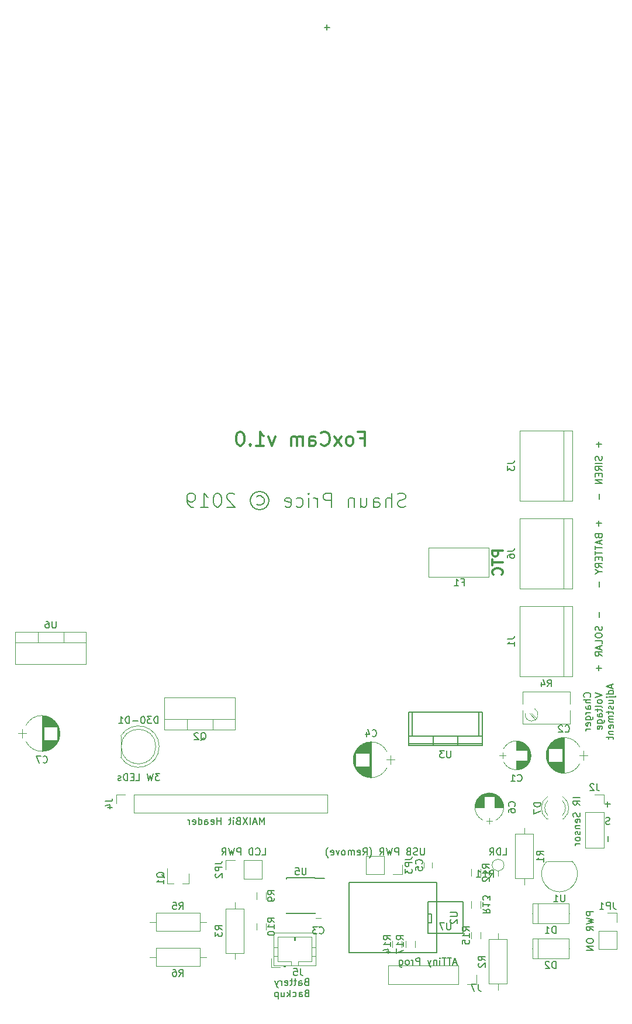
<source format=gbr>
G04 #@! TF.GenerationSoftware,KiCad,Pcbnew,(5.1.4)-1*
G04 #@! TF.CreationDate,2019-10-14T12:16:32+11:00*
G04 #@! TF.ProjectId,FoxCam,466f7843-616d-42e6-9b69-6361645f7063,rev?*
G04 #@! TF.SameCoordinates,Original*
G04 #@! TF.FileFunction,Legend,Bot*
G04 #@! TF.FilePolarity,Positive*
%FSLAX46Y46*%
G04 Gerber Fmt 4.6, Leading zero omitted, Abs format (unit mm)*
G04 Created by KiCad (PCBNEW (5.1.4)-1) date 2019-10-14 12:16:32*
%MOMM*%
%LPD*%
G04 APERTURE LIST*
%ADD10C,0.300000*%
%ADD11C,0.150000*%
%ADD12C,0.120000*%
G04 APERTURE END LIST*
D10*
X189273571Y-52895714D02*
X187773571Y-52895714D01*
X187773571Y-53467142D01*
X187845000Y-53610000D01*
X187916428Y-53681428D01*
X188059285Y-53752857D01*
X188273571Y-53752857D01*
X188416428Y-53681428D01*
X188487857Y-53610000D01*
X188559285Y-53467142D01*
X188559285Y-52895714D01*
X187773571Y-54181428D02*
X187773571Y-55038571D01*
X189273571Y-54610000D02*
X187773571Y-54610000D01*
X189130714Y-56395714D02*
X189202142Y-56324285D01*
X189273571Y-56110000D01*
X189273571Y-55967142D01*
X189202142Y-55752857D01*
X189059285Y-55610000D01*
X188916428Y-55538571D01*
X188630714Y-55467142D01*
X188416428Y-55467142D01*
X188130714Y-55538571D01*
X187987857Y-55610000D01*
X187845000Y-55752857D01*
X187773571Y-55967142D01*
X187773571Y-56110000D01*
X187845000Y-56324285D01*
X187916428Y-56395714D01*
D11*
X201907142Y-74104761D02*
X201954761Y-74057142D01*
X202002380Y-73914285D01*
X202002380Y-73819047D01*
X201954761Y-73676190D01*
X201859523Y-73580952D01*
X201764285Y-73533333D01*
X201573809Y-73485714D01*
X201430952Y-73485714D01*
X201240476Y-73533333D01*
X201145238Y-73580952D01*
X201050000Y-73676190D01*
X201002380Y-73819047D01*
X201002380Y-73914285D01*
X201050000Y-74057142D01*
X201097619Y-74104761D01*
X202002380Y-74533333D02*
X201002380Y-74533333D01*
X202002380Y-74961904D02*
X201478571Y-74961904D01*
X201383333Y-74914285D01*
X201335714Y-74819047D01*
X201335714Y-74676190D01*
X201383333Y-74580952D01*
X201430952Y-74533333D01*
X202002380Y-75866666D02*
X201478571Y-75866666D01*
X201383333Y-75819047D01*
X201335714Y-75723809D01*
X201335714Y-75533333D01*
X201383333Y-75438095D01*
X201954761Y-75866666D02*
X202002380Y-75771428D01*
X202002380Y-75533333D01*
X201954761Y-75438095D01*
X201859523Y-75390476D01*
X201764285Y-75390476D01*
X201669047Y-75438095D01*
X201621428Y-75533333D01*
X201621428Y-75771428D01*
X201573809Y-75866666D01*
X202002380Y-76342857D02*
X201335714Y-76342857D01*
X201526190Y-76342857D02*
X201430952Y-76390476D01*
X201383333Y-76438095D01*
X201335714Y-76533333D01*
X201335714Y-76628571D01*
X201335714Y-77390476D02*
X202145238Y-77390476D01*
X202240476Y-77342857D01*
X202288095Y-77295238D01*
X202335714Y-77200000D01*
X202335714Y-77057142D01*
X202288095Y-76961904D01*
X201954761Y-77390476D02*
X202002380Y-77295238D01*
X202002380Y-77104761D01*
X201954761Y-77009523D01*
X201907142Y-76961904D01*
X201811904Y-76914285D01*
X201526190Y-76914285D01*
X201430952Y-76961904D01*
X201383333Y-77009523D01*
X201335714Y-77104761D01*
X201335714Y-77295238D01*
X201383333Y-77390476D01*
X201954761Y-78247619D02*
X202002380Y-78152380D01*
X202002380Y-77961904D01*
X201954761Y-77866666D01*
X201859523Y-77819047D01*
X201478571Y-77819047D01*
X201383333Y-77866666D01*
X201335714Y-77961904D01*
X201335714Y-78152380D01*
X201383333Y-78247619D01*
X201478571Y-78295238D01*
X201573809Y-78295238D01*
X201669047Y-77819047D01*
X202002380Y-78723809D02*
X201335714Y-78723809D01*
X201526190Y-78723809D02*
X201430952Y-78771428D01*
X201383333Y-78819047D01*
X201335714Y-78914285D01*
X201335714Y-79009523D01*
X202652380Y-73533333D02*
X203652380Y-73866666D01*
X202652380Y-74200000D01*
X203652380Y-74676190D02*
X203604761Y-74580952D01*
X203557142Y-74533333D01*
X203461904Y-74485714D01*
X203176190Y-74485714D01*
X203080952Y-74533333D01*
X203033333Y-74580952D01*
X202985714Y-74676190D01*
X202985714Y-74819047D01*
X203033333Y-74914285D01*
X203080952Y-74961904D01*
X203176190Y-75009523D01*
X203461904Y-75009523D01*
X203557142Y-74961904D01*
X203604761Y-74914285D01*
X203652380Y-74819047D01*
X203652380Y-74676190D01*
X203652380Y-75580952D02*
X203604761Y-75485714D01*
X203509523Y-75438095D01*
X202652380Y-75438095D01*
X202985714Y-75819047D02*
X202985714Y-76200000D01*
X202652380Y-75961904D02*
X203509523Y-75961904D01*
X203604761Y-76009523D01*
X203652380Y-76104761D01*
X203652380Y-76200000D01*
X203652380Y-76961904D02*
X203128571Y-76961904D01*
X203033333Y-76914285D01*
X202985714Y-76819047D01*
X202985714Y-76628571D01*
X203033333Y-76533333D01*
X203604761Y-76961904D02*
X203652380Y-76866666D01*
X203652380Y-76628571D01*
X203604761Y-76533333D01*
X203509523Y-76485714D01*
X203414285Y-76485714D01*
X203319047Y-76533333D01*
X203271428Y-76628571D01*
X203271428Y-76866666D01*
X203223809Y-76961904D01*
X202985714Y-77866666D02*
X203795238Y-77866666D01*
X203890476Y-77819047D01*
X203938095Y-77771428D01*
X203985714Y-77676190D01*
X203985714Y-77533333D01*
X203938095Y-77438095D01*
X203604761Y-77866666D02*
X203652380Y-77771428D01*
X203652380Y-77580952D01*
X203604761Y-77485714D01*
X203557142Y-77438095D01*
X203461904Y-77390476D01*
X203176190Y-77390476D01*
X203080952Y-77438095D01*
X203033333Y-77485714D01*
X202985714Y-77580952D01*
X202985714Y-77771428D01*
X203033333Y-77866666D01*
X203604761Y-78723809D02*
X203652380Y-78628571D01*
X203652380Y-78438095D01*
X203604761Y-78342857D01*
X203509523Y-78295238D01*
X203128571Y-78295238D01*
X203033333Y-78342857D01*
X202985714Y-78438095D01*
X202985714Y-78628571D01*
X203033333Y-78723809D01*
X203128571Y-78771428D01*
X203223809Y-78771428D01*
X203319047Y-78295238D01*
X205016666Y-72295238D02*
X205016666Y-72771428D01*
X205302380Y-72200000D02*
X204302380Y-72533333D01*
X205302380Y-72866666D01*
X205302380Y-73628571D02*
X204302380Y-73628571D01*
X205254761Y-73628571D02*
X205302380Y-73533333D01*
X205302380Y-73342857D01*
X205254761Y-73247619D01*
X205207142Y-73200000D01*
X205111904Y-73152380D01*
X204826190Y-73152380D01*
X204730952Y-73200000D01*
X204683333Y-73247619D01*
X204635714Y-73342857D01*
X204635714Y-73533333D01*
X204683333Y-73628571D01*
X204635714Y-74104761D02*
X205492857Y-74104761D01*
X205588095Y-74057142D01*
X205635714Y-73961904D01*
X205635714Y-73914285D01*
X204302380Y-74104761D02*
X204350000Y-74057142D01*
X204397619Y-74104761D01*
X204350000Y-74152380D01*
X204302380Y-74104761D01*
X204397619Y-74104761D01*
X204635714Y-75009523D02*
X205302380Y-75009523D01*
X204635714Y-74580952D02*
X205159523Y-74580952D01*
X205254761Y-74628571D01*
X205302380Y-74723809D01*
X205302380Y-74866666D01*
X205254761Y-74961904D01*
X205207142Y-75009523D01*
X205254761Y-75438095D02*
X205302380Y-75533333D01*
X205302380Y-75723809D01*
X205254761Y-75819047D01*
X205159523Y-75866666D01*
X205111904Y-75866666D01*
X205016666Y-75819047D01*
X204969047Y-75723809D01*
X204969047Y-75580952D01*
X204921428Y-75485714D01*
X204826190Y-75438095D01*
X204778571Y-75438095D01*
X204683333Y-75485714D01*
X204635714Y-75580952D01*
X204635714Y-75723809D01*
X204683333Y-75819047D01*
X204635714Y-76152380D02*
X204635714Y-76533333D01*
X204302380Y-76295238D02*
X205159523Y-76295238D01*
X205254761Y-76342857D01*
X205302380Y-76438095D01*
X205302380Y-76533333D01*
X205302380Y-76866666D02*
X204635714Y-76866666D01*
X204730952Y-76866666D02*
X204683333Y-76914285D01*
X204635714Y-77009523D01*
X204635714Y-77152380D01*
X204683333Y-77247619D01*
X204778571Y-77295238D01*
X205302380Y-77295238D01*
X204778571Y-77295238D02*
X204683333Y-77342857D01*
X204635714Y-77438095D01*
X204635714Y-77580952D01*
X204683333Y-77676190D01*
X204778571Y-77723809D01*
X205302380Y-77723809D01*
X205254761Y-78580952D02*
X205302380Y-78485714D01*
X205302380Y-78295238D01*
X205254761Y-78200000D01*
X205159523Y-78152380D01*
X204778571Y-78152380D01*
X204683333Y-78200000D01*
X204635714Y-78295238D01*
X204635714Y-78485714D01*
X204683333Y-78580952D01*
X204778571Y-78628571D01*
X204873809Y-78628571D01*
X204969047Y-78152380D01*
X204635714Y-79057142D02*
X205302380Y-79057142D01*
X204730952Y-79057142D02*
X204683333Y-79104761D01*
X204635714Y-79200000D01*
X204635714Y-79342857D01*
X204683333Y-79438095D01*
X204778571Y-79485714D01*
X205302380Y-79485714D01*
X204635714Y-79819047D02*
X204635714Y-80200000D01*
X204302380Y-79961904D02*
X205159523Y-79961904D01*
X205254761Y-80009523D01*
X205302380Y-80104761D01*
X205302380Y-80200000D01*
X154701190Y-92527380D02*
X154701190Y-91527380D01*
X154367857Y-92241666D01*
X154034523Y-91527380D01*
X154034523Y-92527380D01*
X153605952Y-92241666D02*
X153129761Y-92241666D01*
X153701190Y-92527380D02*
X153367857Y-91527380D01*
X153034523Y-92527380D01*
X152701190Y-92527380D02*
X152701190Y-91527380D01*
X152320238Y-91527380D02*
X151653571Y-92527380D01*
X151653571Y-91527380D02*
X152320238Y-92527380D01*
X150939285Y-92003571D02*
X150796428Y-92051190D01*
X150748809Y-92098809D01*
X150701190Y-92194047D01*
X150701190Y-92336904D01*
X150748809Y-92432142D01*
X150796428Y-92479761D01*
X150891666Y-92527380D01*
X151272619Y-92527380D01*
X151272619Y-91527380D01*
X150939285Y-91527380D01*
X150844047Y-91575000D01*
X150796428Y-91622619D01*
X150748809Y-91717857D01*
X150748809Y-91813095D01*
X150796428Y-91908333D01*
X150844047Y-91955952D01*
X150939285Y-92003571D01*
X151272619Y-92003571D01*
X150272619Y-92527380D02*
X150272619Y-91860714D01*
X150272619Y-91527380D02*
X150320238Y-91575000D01*
X150272619Y-91622619D01*
X150225000Y-91575000D01*
X150272619Y-91527380D01*
X150272619Y-91622619D01*
X149939285Y-91860714D02*
X149558333Y-91860714D01*
X149796428Y-91527380D02*
X149796428Y-92384523D01*
X149748809Y-92479761D01*
X149653571Y-92527380D01*
X149558333Y-92527380D01*
X148463095Y-92527380D02*
X148463095Y-91527380D01*
X148463095Y-92003571D02*
X147891666Y-92003571D01*
X147891666Y-92527380D02*
X147891666Y-91527380D01*
X147034523Y-92479761D02*
X147129761Y-92527380D01*
X147320238Y-92527380D01*
X147415476Y-92479761D01*
X147463095Y-92384523D01*
X147463095Y-92003571D01*
X147415476Y-91908333D01*
X147320238Y-91860714D01*
X147129761Y-91860714D01*
X147034523Y-91908333D01*
X146986904Y-92003571D01*
X146986904Y-92098809D01*
X147463095Y-92194047D01*
X146129761Y-92527380D02*
X146129761Y-92003571D01*
X146177380Y-91908333D01*
X146272619Y-91860714D01*
X146463095Y-91860714D01*
X146558333Y-91908333D01*
X146129761Y-92479761D02*
X146225000Y-92527380D01*
X146463095Y-92527380D01*
X146558333Y-92479761D01*
X146605952Y-92384523D01*
X146605952Y-92289285D01*
X146558333Y-92194047D01*
X146463095Y-92146428D01*
X146225000Y-92146428D01*
X146129761Y-92098809D01*
X145225000Y-92527380D02*
X145225000Y-91527380D01*
X145225000Y-92479761D02*
X145320238Y-92527380D01*
X145510714Y-92527380D01*
X145605952Y-92479761D01*
X145653571Y-92432142D01*
X145701190Y-92336904D01*
X145701190Y-92051190D01*
X145653571Y-91955952D01*
X145605952Y-91908333D01*
X145510714Y-91860714D01*
X145320238Y-91860714D01*
X145225000Y-91908333D01*
X144367857Y-92479761D02*
X144463095Y-92527380D01*
X144653571Y-92527380D01*
X144748809Y-92479761D01*
X144796428Y-92384523D01*
X144796428Y-92003571D01*
X144748809Y-91908333D01*
X144653571Y-91860714D01*
X144463095Y-91860714D01*
X144367857Y-91908333D01*
X144320238Y-92003571D01*
X144320238Y-92098809D01*
X144796428Y-92194047D01*
X143891666Y-92527380D02*
X143891666Y-91860714D01*
X143891666Y-92051190D02*
X143844047Y-91955952D01*
X143796428Y-91908333D01*
X143701190Y-91860714D01*
X143605952Y-91860714D01*
X160821428Y-115308571D02*
X160678571Y-115356190D01*
X160630952Y-115403809D01*
X160583333Y-115499047D01*
X160583333Y-115641904D01*
X160630952Y-115737142D01*
X160678571Y-115784761D01*
X160773809Y-115832380D01*
X161154761Y-115832380D01*
X161154761Y-114832380D01*
X160821428Y-114832380D01*
X160726190Y-114880000D01*
X160678571Y-114927619D01*
X160630952Y-115022857D01*
X160630952Y-115118095D01*
X160678571Y-115213333D01*
X160726190Y-115260952D01*
X160821428Y-115308571D01*
X161154761Y-115308571D01*
X159726190Y-115832380D02*
X159726190Y-115308571D01*
X159773809Y-115213333D01*
X159869047Y-115165714D01*
X160059523Y-115165714D01*
X160154761Y-115213333D01*
X159726190Y-115784761D02*
X159821428Y-115832380D01*
X160059523Y-115832380D01*
X160154761Y-115784761D01*
X160202380Y-115689523D01*
X160202380Y-115594285D01*
X160154761Y-115499047D01*
X160059523Y-115451428D01*
X159821428Y-115451428D01*
X159726190Y-115403809D01*
X159392857Y-115165714D02*
X159011904Y-115165714D01*
X159250000Y-114832380D02*
X159250000Y-115689523D01*
X159202380Y-115784761D01*
X159107142Y-115832380D01*
X159011904Y-115832380D01*
X158821428Y-115165714D02*
X158440476Y-115165714D01*
X158678571Y-114832380D02*
X158678571Y-115689523D01*
X158630952Y-115784761D01*
X158535714Y-115832380D01*
X158440476Y-115832380D01*
X157726190Y-115784761D02*
X157821428Y-115832380D01*
X158011904Y-115832380D01*
X158107142Y-115784761D01*
X158154761Y-115689523D01*
X158154761Y-115308571D01*
X158107142Y-115213333D01*
X158011904Y-115165714D01*
X157821428Y-115165714D01*
X157726190Y-115213333D01*
X157678571Y-115308571D01*
X157678571Y-115403809D01*
X158154761Y-115499047D01*
X157250000Y-115832380D02*
X157250000Y-115165714D01*
X157250000Y-115356190D02*
X157202380Y-115260952D01*
X157154761Y-115213333D01*
X157059523Y-115165714D01*
X156964285Y-115165714D01*
X156726190Y-115165714D02*
X156488095Y-115832380D01*
X156250000Y-115165714D02*
X156488095Y-115832380D01*
X156583333Y-116070476D01*
X156630952Y-116118095D01*
X156726190Y-116165714D01*
X160869047Y-116958571D02*
X160726190Y-117006190D01*
X160678571Y-117053809D01*
X160630952Y-117149047D01*
X160630952Y-117291904D01*
X160678571Y-117387142D01*
X160726190Y-117434761D01*
X160821428Y-117482380D01*
X161202380Y-117482380D01*
X161202380Y-116482380D01*
X160869047Y-116482380D01*
X160773809Y-116530000D01*
X160726190Y-116577619D01*
X160678571Y-116672857D01*
X160678571Y-116768095D01*
X160726190Y-116863333D01*
X160773809Y-116910952D01*
X160869047Y-116958571D01*
X161202380Y-116958571D01*
X159773809Y-117482380D02*
X159773809Y-116958571D01*
X159821428Y-116863333D01*
X159916666Y-116815714D01*
X160107142Y-116815714D01*
X160202380Y-116863333D01*
X159773809Y-117434761D02*
X159869047Y-117482380D01*
X160107142Y-117482380D01*
X160202380Y-117434761D01*
X160250000Y-117339523D01*
X160250000Y-117244285D01*
X160202380Y-117149047D01*
X160107142Y-117101428D01*
X159869047Y-117101428D01*
X159773809Y-117053809D01*
X158869047Y-117434761D02*
X158964285Y-117482380D01*
X159154761Y-117482380D01*
X159250000Y-117434761D01*
X159297619Y-117387142D01*
X159345238Y-117291904D01*
X159345238Y-117006190D01*
X159297619Y-116910952D01*
X159250000Y-116863333D01*
X159154761Y-116815714D01*
X158964285Y-116815714D01*
X158869047Y-116863333D01*
X158440476Y-117482380D02*
X158440476Y-116482380D01*
X158345238Y-117101428D02*
X158059523Y-117482380D01*
X158059523Y-116815714D02*
X158440476Y-117196666D01*
X157202380Y-116815714D02*
X157202380Y-117482380D01*
X157630952Y-116815714D02*
X157630952Y-117339523D01*
X157583333Y-117434761D01*
X157488095Y-117482380D01*
X157345238Y-117482380D01*
X157250000Y-117434761D01*
X157202380Y-117387142D01*
X156726190Y-116815714D02*
X156726190Y-117815714D01*
X156726190Y-116863333D02*
X156630952Y-116815714D01*
X156440476Y-116815714D01*
X156345238Y-116863333D01*
X156297619Y-116910952D01*
X156250000Y-117006190D01*
X156250000Y-117291904D01*
X156297619Y-117387142D01*
X156345238Y-117434761D01*
X156440476Y-117482380D01*
X156630952Y-117482380D01*
X156726190Y-117434761D01*
X203580952Y-48966428D02*
X202819047Y-48966428D01*
X203200000Y-49347380D02*
X203200000Y-48585476D01*
X175194523Y-46529523D02*
X174908809Y-46624761D01*
X174432619Y-46624761D01*
X174242142Y-46529523D01*
X174146904Y-46434285D01*
X174051666Y-46243809D01*
X174051666Y-46053333D01*
X174146904Y-45862857D01*
X174242142Y-45767619D01*
X174432619Y-45672380D01*
X174813571Y-45577142D01*
X175004047Y-45481904D01*
X175099285Y-45386666D01*
X175194523Y-45196190D01*
X175194523Y-45005714D01*
X175099285Y-44815238D01*
X175004047Y-44720000D01*
X174813571Y-44624761D01*
X174337380Y-44624761D01*
X174051666Y-44720000D01*
X173194523Y-46624761D02*
X173194523Y-44624761D01*
X172337380Y-46624761D02*
X172337380Y-45577142D01*
X172432619Y-45386666D01*
X172623095Y-45291428D01*
X172908809Y-45291428D01*
X173099285Y-45386666D01*
X173194523Y-45481904D01*
X170527857Y-46624761D02*
X170527857Y-45577142D01*
X170623095Y-45386666D01*
X170813571Y-45291428D01*
X171194523Y-45291428D01*
X171385000Y-45386666D01*
X170527857Y-46529523D02*
X170718333Y-46624761D01*
X171194523Y-46624761D01*
X171385000Y-46529523D01*
X171480238Y-46339047D01*
X171480238Y-46148571D01*
X171385000Y-45958095D01*
X171194523Y-45862857D01*
X170718333Y-45862857D01*
X170527857Y-45767619D01*
X168718333Y-45291428D02*
X168718333Y-46624761D01*
X169575476Y-45291428D02*
X169575476Y-46339047D01*
X169480238Y-46529523D01*
X169289761Y-46624761D01*
X169004047Y-46624761D01*
X168813571Y-46529523D01*
X168718333Y-46434285D01*
X167765952Y-45291428D02*
X167765952Y-46624761D01*
X167765952Y-45481904D02*
X167670714Y-45386666D01*
X167480238Y-45291428D01*
X167194523Y-45291428D01*
X167004047Y-45386666D01*
X166908809Y-45577142D01*
X166908809Y-46624761D01*
X164432619Y-46624761D02*
X164432619Y-44624761D01*
X163670714Y-44624761D01*
X163480238Y-44720000D01*
X163385000Y-44815238D01*
X163289761Y-45005714D01*
X163289761Y-45291428D01*
X163385000Y-45481904D01*
X163480238Y-45577142D01*
X163670714Y-45672380D01*
X164432619Y-45672380D01*
X162432619Y-46624761D02*
X162432619Y-45291428D01*
X162432619Y-45672380D02*
X162337380Y-45481904D01*
X162242142Y-45386666D01*
X162051666Y-45291428D01*
X161861190Y-45291428D01*
X161194523Y-46624761D02*
X161194523Y-45291428D01*
X161194523Y-44624761D02*
X161289761Y-44720000D01*
X161194523Y-44815238D01*
X161099285Y-44720000D01*
X161194523Y-44624761D01*
X161194523Y-44815238D01*
X159385000Y-46529523D02*
X159575476Y-46624761D01*
X159956428Y-46624761D01*
X160146904Y-46529523D01*
X160242142Y-46434285D01*
X160337380Y-46243809D01*
X160337380Y-45672380D01*
X160242142Y-45481904D01*
X160146904Y-45386666D01*
X159956428Y-45291428D01*
X159575476Y-45291428D01*
X159385000Y-45386666D01*
X157765952Y-46529523D02*
X157956428Y-46624761D01*
X158337380Y-46624761D01*
X158527857Y-46529523D01*
X158623095Y-46339047D01*
X158623095Y-45577142D01*
X158527857Y-45386666D01*
X158337380Y-45291428D01*
X157956428Y-45291428D01*
X157765952Y-45386666D01*
X157670714Y-45577142D01*
X157670714Y-45767619D01*
X158623095Y-45958095D01*
X153670714Y-45100952D02*
X153861190Y-45005714D01*
X154242142Y-45005714D01*
X154432619Y-45100952D01*
X154623095Y-45291428D01*
X154718333Y-45481904D01*
X154718333Y-45862857D01*
X154623095Y-46053333D01*
X154432619Y-46243809D01*
X154242142Y-46339047D01*
X153861190Y-46339047D01*
X153670714Y-46243809D01*
X154051666Y-44339047D02*
X154527857Y-44434285D01*
X155004047Y-44720000D01*
X155289761Y-45196190D01*
X155385000Y-45672380D01*
X155289761Y-46148571D01*
X155004047Y-46624761D01*
X154527857Y-46910476D01*
X154051666Y-47005714D01*
X153575476Y-46910476D01*
X153099285Y-46624761D01*
X152813571Y-46148571D01*
X152718333Y-45672380D01*
X152813571Y-45196190D01*
X153099285Y-44720000D01*
X153575476Y-44434285D01*
X154051666Y-44339047D01*
X150432619Y-44815238D02*
X150337380Y-44720000D01*
X150146904Y-44624761D01*
X149670714Y-44624761D01*
X149480238Y-44720000D01*
X149385000Y-44815238D01*
X149289761Y-45005714D01*
X149289761Y-45196190D01*
X149385000Y-45481904D01*
X150527857Y-46624761D01*
X149289761Y-46624761D01*
X148051666Y-44624761D02*
X147861190Y-44624761D01*
X147670714Y-44720000D01*
X147575476Y-44815238D01*
X147480238Y-45005714D01*
X147385000Y-45386666D01*
X147385000Y-45862857D01*
X147480238Y-46243809D01*
X147575476Y-46434285D01*
X147670714Y-46529523D01*
X147861190Y-46624761D01*
X148051666Y-46624761D01*
X148242142Y-46529523D01*
X148337380Y-46434285D01*
X148432619Y-46243809D01*
X148527857Y-45862857D01*
X148527857Y-45386666D01*
X148432619Y-45005714D01*
X148337380Y-44815238D01*
X148242142Y-44720000D01*
X148051666Y-44624761D01*
X145480238Y-46624761D02*
X146623095Y-46624761D01*
X146051666Y-46624761D02*
X146051666Y-44624761D01*
X146242142Y-44910476D01*
X146432619Y-45100952D01*
X146623095Y-45196190D01*
X144527857Y-46624761D02*
X144146904Y-46624761D01*
X143956428Y-46529523D01*
X143861190Y-46434285D01*
X143670714Y-46148571D01*
X143575476Y-45767619D01*
X143575476Y-45005714D01*
X143670714Y-44815238D01*
X143765952Y-44720000D01*
X143956428Y-44624761D01*
X144337380Y-44624761D01*
X144527857Y-44720000D01*
X144623095Y-44815238D01*
X144718333Y-45005714D01*
X144718333Y-45481904D01*
X144623095Y-45672380D01*
X144527857Y-45767619D01*
X144337380Y-45862857D01*
X143956428Y-45862857D01*
X143765952Y-45767619D01*
X143670714Y-45672380D01*
X143575476Y-45481904D01*
D10*
X168591428Y-36687142D02*
X169258095Y-36687142D01*
X169258095Y-37734761D02*
X169258095Y-35734761D01*
X168305714Y-35734761D01*
X167258095Y-37734761D02*
X167448571Y-37639523D01*
X167543809Y-37544285D01*
X167639047Y-37353809D01*
X167639047Y-36782380D01*
X167543809Y-36591904D01*
X167448571Y-36496666D01*
X167258095Y-36401428D01*
X166972380Y-36401428D01*
X166781904Y-36496666D01*
X166686666Y-36591904D01*
X166591428Y-36782380D01*
X166591428Y-37353809D01*
X166686666Y-37544285D01*
X166781904Y-37639523D01*
X166972380Y-37734761D01*
X167258095Y-37734761D01*
X165924761Y-37734761D02*
X164877142Y-36401428D01*
X165924761Y-36401428D02*
X164877142Y-37734761D01*
X162972380Y-37544285D02*
X163067619Y-37639523D01*
X163353333Y-37734761D01*
X163543809Y-37734761D01*
X163829523Y-37639523D01*
X164020000Y-37449047D01*
X164115238Y-37258571D01*
X164210476Y-36877619D01*
X164210476Y-36591904D01*
X164115238Y-36210952D01*
X164020000Y-36020476D01*
X163829523Y-35830000D01*
X163543809Y-35734761D01*
X163353333Y-35734761D01*
X163067619Y-35830000D01*
X162972380Y-35925238D01*
X161258095Y-37734761D02*
X161258095Y-36687142D01*
X161353333Y-36496666D01*
X161543809Y-36401428D01*
X161924761Y-36401428D01*
X162115238Y-36496666D01*
X161258095Y-37639523D02*
X161448571Y-37734761D01*
X161924761Y-37734761D01*
X162115238Y-37639523D01*
X162210476Y-37449047D01*
X162210476Y-37258571D01*
X162115238Y-37068095D01*
X161924761Y-36972857D01*
X161448571Y-36972857D01*
X161258095Y-36877619D01*
X160305714Y-37734761D02*
X160305714Y-36401428D01*
X160305714Y-36591904D02*
X160210476Y-36496666D01*
X160020000Y-36401428D01*
X159734285Y-36401428D01*
X159543809Y-36496666D01*
X159448571Y-36687142D01*
X159448571Y-37734761D01*
X159448571Y-36687142D02*
X159353333Y-36496666D01*
X159162857Y-36401428D01*
X158877142Y-36401428D01*
X158686666Y-36496666D01*
X158591428Y-36687142D01*
X158591428Y-37734761D01*
X156305714Y-36401428D02*
X155829523Y-37734761D01*
X155353333Y-36401428D01*
X153543809Y-37734761D02*
X154686666Y-37734761D01*
X154115238Y-37734761D02*
X154115238Y-35734761D01*
X154305714Y-36020476D01*
X154496190Y-36210952D01*
X154686666Y-36306190D01*
X152686666Y-37544285D02*
X152591428Y-37639523D01*
X152686666Y-37734761D01*
X152781904Y-37639523D01*
X152686666Y-37544285D01*
X152686666Y-37734761D01*
X151353333Y-35734761D02*
X151162857Y-35734761D01*
X150972380Y-35830000D01*
X150877142Y-35925238D01*
X150781904Y-36115714D01*
X150686666Y-36496666D01*
X150686666Y-36972857D01*
X150781904Y-37353809D01*
X150877142Y-37544285D01*
X150972380Y-37639523D01*
X151162857Y-37734761D01*
X151353333Y-37734761D01*
X151543809Y-37639523D01*
X151639047Y-37544285D01*
X151734285Y-37353809D01*
X151829523Y-36972857D01*
X151829523Y-36496666D01*
X151734285Y-36115714D01*
X151639047Y-35925238D01*
X151543809Y-35830000D01*
X151353333Y-35734761D01*
D11*
X139572619Y-85177380D02*
X138953571Y-85177380D01*
X139286904Y-85558333D01*
X139144047Y-85558333D01*
X139048809Y-85605952D01*
X139001190Y-85653571D01*
X138953571Y-85748809D01*
X138953571Y-85986904D01*
X139001190Y-86082142D01*
X139048809Y-86129761D01*
X139144047Y-86177380D01*
X139429761Y-86177380D01*
X139525000Y-86129761D01*
X139572619Y-86082142D01*
X138620238Y-85177380D02*
X138382142Y-86177380D01*
X138191666Y-85463095D01*
X138001190Y-86177380D01*
X137763095Y-85177380D01*
X136144047Y-86177380D02*
X136620238Y-86177380D01*
X136620238Y-85177380D01*
X135810714Y-85653571D02*
X135477380Y-85653571D01*
X135334523Y-86177380D02*
X135810714Y-86177380D01*
X135810714Y-85177380D01*
X135334523Y-85177380D01*
X134905952Y-86177380D02*
X134905952Y-85177380D01*
X134667857Y-85177380D01*
X134525000Y-85225000D01*
X134429761Y-85320238D01*
X134382142Y-85415476D01*
X134334523Y-85605952D01*
X134334523Y-85748809D01*
X134382142Y-85939285D01*
X134429761Y-86034523D01*
X134525000Y-86129761D01*
X134667857Y-86177380D01*
X134905952Y-86177380D01*
X133953571Y-86129761D02*
X133858333Y-86177380D01*
X133667857Y-86177380D01*
X133572619Y-86129761D01*
X133525000Y-86034523D01*
X133525000Y-85986904D01*
X133572619Y-85891666D01*
X133667857Y-85844047D01*
X133810714Y-85844047D01*
X133905952Y-85796428D01*
X133953571Y-85701190D01*
X133953571Y-85653571D01*
X133905952Y-85558333D01*
X133810714Y-85510714D01*
X133667857Y-85510714D01*
X133572619Y-85558333D01*
X177934047Y-95972380D02*
X177934047Y-96781904D01*
X177886428Y-96877142D01*
X177838809Y-96924761D01*
X177743571Y-96972380D01*
X177553095Y-96972380D01*
X177457857Y-96924761D01*
X177410238Y-96877142D01*
X177362619Y-96781904D01*
X177362619Y-95972380D01*
X176934047Y-96924761D02*
X176791190Y-96972380D01*
X176553095Y-96972380D01*
X176457857Y-96924761D01*
X176410238Y-96877142D01*
X176362619Y-96781904D01*
X176362619Y-96686666D01*
X176410238Y-96591428D01*
X176457857Y-96543809D01*
X176553095Y-96496190D01*
X176743571Y-96448571D01*
X176838809Y-96400952D01*
X176886428Y-96353333D01*
X176934047Y-96258095D01*
X176934047Y-96162857D01*
X176886428Y-96067619D01*
X176838809Y-96020000D01*
X176743571Y-95972380D01*
X176505476Y-95972380D01*
X176362619Y-96020000D01*
X175600714Y-96448571D02*
X175457857Y-96496190D01*
X175410238Y-96543809D01*
X175362619Y-96639047D01*
X175362619Y-96781904D01*
X175410238Y-96877142D01*
X175457857Y-96924761D01*
X175553095Y-96972380D01*
X175934047Y-96972380D01*
X175934047Y-95972380D01*
X175600714Y-95972380D01*
X175505476Y-96020000D01*
X175457857Y-96067619D01*
X175410238Y-96162857D01*
X175410238Y-96258095D01*
X175457857Y-96353333D01*
X175505476Y-96400952D01*
X175600714Y-96448571D01*
X175934047Y-96448571D01*
X174172142Y-96972380D02*
X174172142Y-95972380D01*
X173791190Y-95972380D01*
X173695952Y-96020000D01*
X173648333Y-96067619D01*
X173600714Y-96162857D01*
X173600714Y-96305714D01*
X173648333Y-96400952D01*
X173695952Y-96448571D01*
X173791190Y-96496190D01*
X174172142Y-96496190D01*
X173267380Y-95972380D02*
X173029285Y-96972380D01*
X172838809Y-96258095D01*
X172648333Y-96972380D01*
X172410238Y-95972380D01*
X171457857Y-96972380D02*
X171791190Y-96496190D01*
X172029285Y-96972380D02*
X172029285Y-95972380D01*
X171648333Y-95972380D01*
X171553095Y-96020000D01*
X171505476Y-96067619D01*
X171457857Y-96162857D01*
X171457857Y-96305714D01*
X171505476Y-96400952D01*
X171553095Y-96448571D01*
X171648333Y-96496190D01*
X172029285Y-96496190D01*
X169981666Y-97353333D02*
X170029285Y-97305714D01*
X170124523Y-97162857D01*
X170172142Y-97067619D01*
X170219761Y-96924761D01*
X170267380Y-96686666D01*
X170267380Y-96496190D01*
X170219761Y-96258095D01*
X170172142Y-96115238D01*
X170124523Y-96020000D01*
X170029285Y-95877142D01*
X169981666Y-95829523D01*
X169029285Y-96972380D02*
X169362619Y-96496190D01*
X169600714Y-96972380D02*
X169600714Y-95972380D01*
X169219761Y-95972380D01*
X169124523Y-96020000D01*
X169076904Y-96067619D01*
X169029285Y-96162857D01*
X169029285Y-96305714D01*
X169076904Y-96400952D01*
X169124523Y-96448571D01*
X169219761Y-96496190D01*
X169600714Y-96496190D01*
X168219761Y-96924761D02*
X168315000Y-96972380D01*
X168505476Y-96972380D01*
X168600714Y-96924761D01*
X168648333Y-96829523D01*
X168648333Y-96448571D01*
X168600714Y-96353333D01*
X168505476Y-96305714D01*
X168315000Y-96305714D01*
X168219761Y-96353333D01*
X168172142Y-96448571D01*
X168172142Y-96543809D01*
X168648333Y-96639047D01*
X167743571Y-96972380D02*
X167743571Y-96305714D01*
X167743571Y-96400952D02*
X167695952Y-96353333D01*
X167600714Y-96305714D01*
X167457857Y-96305714D01*
X167362619Y-96353333D01*
X167315000Y-96448571D01*
X167315000Y-96972380D01*
X167315000Y-96448571D02*
X167267380Y-96353333D01*
X167172142Y-96305714D01*
X167029285Y-96305714D01*
X166934047Y-96353333D01*
X166886428Y-96448571D01*
X166886428Y-96972380D01*
X166267380Y-96972380D02*
X166362619Y-96924761D01*
X166410238Y-96877142D01*
X166457857Y-96781904D01*
X166457857Y-96496190D01*
X166410238Y-96400952D01*
X166362619Y-96353333D01*
X166267380Y-96305714D01*
X166124523Y-96305714D01*
X166029285Y-96353333D01*
X165981666Y-96400952D01*
X165934047Y-96496190D01*
X165934047Y-96781904D01*
X165981666Y-96877142D01*
X166029285Y-96924761D01*
X166124523Y-96972380D01*
X166267380Y-96972380D01*
X165600714Y-96305714D02*
X165362619Y-96972380D01*
X165124523Y-96305714D01*
X164362619Y-96924761D02*
X164457857Y-96972380D01*
X164648333Y-96972380D01*
X164743571Y-96924761D01*
X164791190Y-96829523D01*
X164791190Y-96448571D01*
X164743571Y-96353333D01*
X164648333Y-96305714D01*
X164457857Y-96305714D01*
X164362619Y-96353333D01*
X164315000Y-96448571D01*
X164315000Y-96543809D01*
X164791190Y-96639047D01*
X163981666Y-97353333D02*
X163934047Y-97305714D01*
X163838809Y-97162857D01*
X163791190Y-97067619D01*
X163743571Y-96924761D01*
X163695952Y-96686666D01*
X163695952Y-96496190D01*
X163743571Y-96258095D01*
X163791190Y-96115238D01*
X163838809Y-96020000D01*
X163934047Y-95877142D01*
X163981666Y-95829523D01*
X154407857Y-96972380D02*
X154884047Y-96972380D01*
X154884047Y-95972380D01*
X153503095Y-96877142D02*
X153550714Y-96924761D01*
X153693571Y-96972380D01*
X153788809Y-96972380D01*
X153931666Y-96924761D01*
X154026904Y-96829523D01*
X154074523Y-96734285D01*
X154122142Y-96543809D01*
X154122142Y-96400952D01*
X154074523Y-96210476D01*
X154026904Y-96115238D01*
X153931666Y-96020000D01*
X153788809Y-95972380D01*
X153693571Y-95972380D01*
X153550714Y-96020000D01*
X153503095Y-96067619D01*
X153074523Y-96972380D02*
X153074523Y-95972380D01*
X152836428Y-95972380D01*
X152693571Y-96020000D01*
X152598333Y-96115238D01*
X152550714Y-96210476D01*
X152503095Y-96400952D01*
X152503095Y-96543809D01*
X152550714Y-96734285D01*
X152598333Y-96829523D01*
X152693571Y-96924761D01*
X152836428Y-96972380D01*
X153074523Y-96972380D01*
X151312619Y-96972380D02*
X151312619Y-95972380D01*
X150931666Y-95972380D01*
X150836428Y-96020000D01*
X150788809Y-96067619D01*
X150741190Y-96162857D01*
X150741190Y-96305714D01*
X150788809Y-96400952D01*
X150836428Y-96448571D01*
X150931666Y-96496190D01*
X151312619Y-96496190D01*
X150407857Y-95972380D02*
X150169761Y-96972380D01*
X149979285Y-96258095D01*
X149788809Y-96972380D01*
X149550714Y-95972380D01*
X148598333Y-96972380D02*
X148931666Y-96496190D01*
X149169761Y-96972380D02*
X149169761Y-95972380D01*
X148788809Y-95972380D01*
X148693571Y-96020000D01*
X148645952Y-96067619D01*
X148598333Y-96162857D01*
X148598333Y-96305714D01*
X148645952Y-96400952D01*
X148693571Y-96448571D01*
X148788809Y-96496190D01*
X149169761Y-96496190D01*
X189285476Y-96972380D02*
X189761666Y-96972380D01*
X189761666Y-95972380D01*
X188952142Y-96972380D02*
X188952142Y-95972380D01*
X188714047Y-95972380D01*
X188571190Y-96020000D01*
X188475952Y-96115238D01*
X188428333Y-96210476D01*
X188380714Y-96400952D01*
X188380714Y-96543809D01*
X188428333Y-96734285D01*
X188475952Y-96829523D01*
X188571190Y-96924761D01*
X188714047Y-96972380D01*
X188952142Y-96972380D01*
X187380714Y-96972380D02*
X187714047Y-96496190D01*
X187952142Y-96972380D02*
X187952142Y-95972380D01*
X187571190Y-95972380D01*
X187475952Y-96020000D01*
X187428333Y-96067619D01*
X187380714Y-96162857D01*
X187380714Y-96305714D01*
X187428333Y-96400952D01*
X187475952Y-96448571D01*
X187571190Y-96496190D01*
X187952142Y-96496190D01*
X204541428Y-94234047D02*
X204541428Y-94995952D01*
X204755714Y-92479761D02*
X204612857Y-92527380D01*
X204374761Y-92527380D01*
X204279523Y-92479761D01*
X204231904Y-92432142D01*
X204184285Y-92336904D01*
X204184285Y-92241666D01*
X204231904Y-92146428D01*
X204279523Y-92098809D01*
X204374761Y-92051190D01*
X204565238Y-92003571D01*
X204660476Y-91955952D01*
X204708095Y-91908333D01*
X204755714Y-91813095D01*
X204755714Y-91717857D01*
X204708095Y-91622619D01*
X204660476Y-91575000D01*
X204565238Y-91527380D01*
X204327142Y-91527380D01*
X204184285Y-91575000D01*
X204850952Y-89606428D02*
X204089047Y-89606428D01*
X204470000Y-89987380D02*
X204470000Y-89225476D01*
X200477380Y-88670238D02*
X199477380Y-88670238D01*
X200477380Y-89717857D02*
X200001190Y-89384523D01*
X200477380Y-89146428D02*
X199477380Y-89146428D01*
X199477380Y-89527380D01*
X199525000Y-89622619D01*
X199572619Y-89670238D01*
X199667857Y-89717857D01*
X199810714Y-89717857D01*
X199905952Y-89670238D01*
X199953571Y-89622619D01*
X200001190Y-89527380D01*
X200001190Y-89146428D01*
X200429761Y-90860714D02*
X200477380Y-91003571D01*
X200477380Y-91241666D01*
X200429761Y-91336904D01*
X200382142Y-91384523D01*
X200286904Y-91432142D01*
X200191666Y-91432142D01*
X200096428Y-91384523D01*
X200048809Y-91336904D01*
X200001190Y-91241666D01*
X199953571Y-91051190D01*
X199905952Y-90955952D01*
X199858333Y-90908333D01*
X199763095Y-90860714D01*
X199667857Y-90860714D01*
X199572619Y-90908333D01*
X199525000Y-90955952D01*
X199477380Y-91051190D01*
X199477380Y-91289285D01*
X199525000Y-91432142D01*
X200429761Y-92241666D02*
X200477380Y-92146428D01*
X200477380Y-91955952D01*
X200429761Y-91860714D01*
X200334523Y-91813095D01*
X199953571Y-91813095D01*
X199858333Y-91860714D01*
X199810714Y-91955952D01*
X199810714Y-92146428D01*
X199858333Y-92241666D01*
X199953571Y-92289285D01*
X200048809Y-92289285D01*
X200144047Y-91813095D01*
X199810714Y-92717857D02*
X200477380Y-92717857D01*
X199905952Y-92717857D02*
X199858333Y-92765476D01*
X199810714Y-92860714D01*
X199810714Y-93003571D01*
X199858333Y-93098809D01*
X199953571Y-93146428D01*
X200477380Y-93146428D01*
X200429761Y-93575000D02*
X200477380Y-93670238D01*
X200477380Y-93860714D01*
X200429761Y-93955952D01*
X200334523Y-94003571D01*
X200286904Y-94003571D01*
X200191666Y-93955952D01*
X200144047Y-93860714D01*
X200144047Y-93717857D01*
X200096428Y-93622619D01*
X200001190Y-93575000D01*
X199953571Y-93575000D01*
X199858333Y-93622619D01*
X199810714Y-93717857D01*
X199810714Y-93860714D01*
X199858333Y-93955952D01*
X200477380Y-94575000D02*
X200429761Y-94479761D01*
X200382142Y-94432142D01*
X200286904Y-94384523D01*
X200001190Y-94384523D01*
X199905952Y-94432142D01*
X199858333Y-94479761D01*
X199810714Y-94575000D01*
X199810714Y-94717857D01*
X199858333Y-94813095D01*
X199905952Y-94860714D01*
X200001190Y-94908333D01*
X200286904Y-94908333D01*
X200382142Y-94860714D01*
X200429761Y-94813095D01*
X200477380Y-94717857D01*
X200477380Y-94575000D01*
X200477380Y-95336904D02*
X199810714Y-95336904D01*
X200001190Y-95336904D02*
X199905952Y-95384523D01*
X199858333Y-95432142D01*
X199810714Y-95527380D01*
X199810714Y-95622619D01*
X202382380Y-105188095D02*
X201382380Y-105188095D01*
X201382380Y-105569047D01*
X201430000Y-105664285D01*
X201477619Y-105711904D01*
X201572857Y-105759523D01*
X201715714Y-105759523D01*
X201810952Y-105711904D01*
X201858571Y-105664285D01*
X201906190Y-105569047D01*
X201906190Y-105188095D01*
X201382380Y-106092857D02*
X202382380Y-106330952D01*
X201668095Y-106521428D01*
X202382380Y-106711904D01*
X201382380Y-106950000D01*
X202382380Y-107902380D02*
X201906190Y-107569047D01*
X202382380Y-107330952D02*
X201382380Y-107330952D01*
X201382380Y-107711904D01*
X201430000Y-107807142D01*
X201477619Y-107854761D01*
X201572857Y-107902380D01*
X201715714Y-107902380D01*
X201810952Y-107854761D01*
X201858571Y-107807142D01*
X201906190Y-107711904D01*
X201906190Y-107330952D01*
X201382380Y-109283333D02*
X201382380Y-109473809D01*
X201430000Y-109569047D01*
X201525238Y-109664285D01*
X201715714Y-109711904D01*
X202049047Y-109711904D01*
X202239523Y-109664285D01*
X202334761Y-109569047D01*
X202382380Y-109473809D01*
X202382380Y-109283333D01*
X202334761Y-109188095D01*
X202239523Y-109092857D01*
X202049047Y-109045238D01*
X201715714Y-109045238D01*
X201525238Y-109092857D01*
X201430000Y-109188095D01*
X201382380Y-109283333D01*
X202382380Y-110140476D02*
X201382380Y-110140476D01*
X202382380Y-110711904D01*
X201382380Y-110711904D01*
X203580952Y-69921428D02*
X202819047Y-69921428D01*
X203200000Y-70302380D02*
X203200000Y-69540476D01*
X203271428Y-61849047D02*
X203271428Y-62610952D01*
X203604761Y-63897142D02*
X203652380Y-64040000D01*
X203652380Y-64278095D01*
X203604761Y-64373333D01*
X203557142Y-64420952D01*
X203461904Y-64468571D01*
X203366666Y-64468571D01*
X203271428Y-64420952D01*
X203223809Y-64373333D01*
X203176190Y-64278095D01*
X203128571Y-64087619D01*
X203080952Y-63992380D01*
X203033333Y-63944761D01*
X202938095Y-63897142D01*
X202842857Y-63897142D01*
X202747619Y-63944761D01*
X202700000Y-63992380D01*
X202652380Y-64087619D01*
X202652380Y-64325714D01*
X202700000Y-64468571D01*
X202652380Y-65087619D02*
X202652380Y-65278095D01*
X202700000Y-65373333D01*
X202795238Y-65468571D01*
X202985714Y-65516190D01*
X203319047Y-65516190D01*
X203509523Y-65468571D01*
X203604761Y-65373333D01*
X203652380Y-65278095D01*
X203652380Y-65087619D01*
X203604761Y-64992380D01*
X203509523Y-64897142D01*
X203319047Y-64849523D01*
X202985714Y-64849523D01*
X202795238Y-64897142D01*
X202700000Y-64992380D01*
X202652380Y-65087619D01*
X203652380Y-66420952D02*
X203652380Y-65944761D01*
X202652380Y-65944761D01*
X203366666Y-66706666D02*
X203366666Y-67182857D01*
X203652380Y-66611428D02*
X202652380Y-66944761D01*
X203652380Y-67278095D01*
X203652380Y-68182857D02*
X203176190Y-67849523D01*
X203652380Y-67611428D02*
X202652380Y-67611428D01*
X202652380Y-67992380D01*
X202700000Y-68087619D01*
X202747619Y-68135238D01*
X202842857Y-68182857D01*
X202985714Y-68182857D01*
X203080952Y-68135238D01*
X203128571Y-68087619D01*
X203176190Y-67992380D01*
X203176190Y-67611428D01*
X164210952Y22788571D02*
X163449047Y22788571D01*
X163830000Y22407619D02*
X163830000Y23169523D01*
X203128571Y-50840000D02*
X203176190Y-50982857D01*
X203223809Y-51030476D01*
X203319047Y-51078095D01*
X203461904Y-51078095D01*
X203557142Y-51030476D01*
X203604761Y-50982857D01*
X203652380Y-50887619D01*
X203652380Y-50506666D01*
X202652380Y-50506666D01*
X202652380Y-50840000D01*
X202700000Y-50935238D01*
X202747619Y-50982857D01*
X202842857Y-51030476D01*
X202938095Y-51030476D01*
X203033333Y-50982857D01*
X203080952Y-50935238D01*
X203128571Y-50840000D01*
X203128571Y-50506666D01*
X203366666Y-51459047D02*
X203366666Y-51935238D01*
X203652380Y-51363809D02*
X202652380Y-51697142D01*
X203652380Y-52030476D01*
X202652380Y-52220952D02*
X202652380Y-52792380D01*
X203652380Y-52506666D02*
X202652380Y-52506666D01*
X202652380Y-52982857D02*
X202652380Y-53554285D01*
X203652380Y-53268571D02*
X202652380Y-53268571D01*
X203128571Y-53887619D02*
X203128571Y-54220952D01*
X203652380Y-54363809D02*
X203652380Y-53887619D01*
X202652380Y-53887619D01*
X202652380Y-54363809D01*
X203652380Y-55363809D02*
X203176190Y-55030476D01*
X203652380Y-54792380D02*
X202652380Y-54792380D01*
X202652380Y-55173333D01*
X202700000Y-55268571D01*
X202747619Y-55316190D01*
X202842857Y-55363809D01*
X202985714Y-55363809D01*
X203080952Y-55316190D01*
X203128571Y-55268571D01*
X203176190Y-55173333D01*
X203176190Y-54792380D01*
X203176190Y-55982857D02*
X203652380Y-55982857D01*
X202652380Y-55649523D02*
X203176190Y-55982857D01*
X202652380Y-56316190D01*
X203271428Y-57404047D02*
X203271428Y-58165952D01*
X203271428Y-44704047D02*
X203271428Y-45465952D01*
X203580952Y-37536428D02*
X202819047Y-37536428D01*
X203200000Y-37917380D02*
X203200000Y-37155476D01*
X203604761Y-39275000D02*
X203652380Y-39417857D01*
X203652380Y-39655952D01*
X203604761Y-39751190D01*
X203557142Y-39798809D01*
X203461904Y-39846428D01*
X203366666Y-39846428D01*
X203271428Y-39798809D01*
X203223809Y-39751190D01*
X203176190Y-39655952D01*
X203128571Y-39465476D01*
X203080952Y-39370238D01*
X203033333Y-39322619D01*
X202938095Y-39275000D01*
X202842857Y-39275000D01*
X202747619Y-39322619D01*
X202700000Y-39370238D01*
X202652380Y-39465476D01*
X202652380Y-39703571D01*
X202700000Y-39846428D01*
X203652380Y-40275000D02*
X202652380Y-40275000D01*
X203652380Y-41322619D02*
X203176190Y-40989285D01*
X203652380Y-40751190D02*
X202652380Y-40751190D01*
X202652380Y-41132142D01*
X202700000Y-41227380D01*
X202747619Y-41275000D01*
X202842857Y-41322619D01*
X202985714Y-41322619D01*
X203080952Y-41275000D01*
X203128571Y-41227380D01*
X203176190Y-41132142D01*
X203176190Y-40751190D01*
X203128571Y-41751190D02*
X203128571Y-42084523D01*
X203652380Y-42227380D02*
X203652380Y-41751190D01*
X202652380Y-41751190D01*
X202652380Y-42227380D01*
X203652380Y-42655952D02*
X202652380Y-42655952D01*
X203652380Y-43227380D01*
X202652380Y-43227380D01*
X182601666Y-112561666D02*
X182125476Y-112561666D01*
X182696904Y-112847380D02*
X182363571Y-111847380D01*
X182030238Y-112847380D01*
X181839761Y-111847380D02*
X181268333Y-111847380D01*
X181554047Y-112847380D02*
X181554047Y-111847380D01*
X181077857Y-111847380D02*
X180506428Y-111847380D01*
X180792142Y-112847380D02*
X180792142Y-111847380D01*
X180173095Y-112847380D02*
X180173095Y-112180714D01*
X180173095Y-111847380D02*
X180220714Y-111895000D01*
X180173095Y-111942619D01*
X180125476Y-111895000D01*
X180173095Y-111847380D01*
X180173095Y-111942619D01*
X179696904Y-112180714D02*
X179696904Y-112847380D01*
X179696904Y-112275952D02*
X179649285Y-112228333D01*
X179554047Y-112180714D01*
X179411190Y-112180714D01*
X179315952Y-112228333D01*
X179268333Y-112323571D01*
X179268333Y-112847380D01*
X178887380Y-112180714D02*
X178649285Y-112847380D01*
X178411190Y-112180714D02*
X178649285Y-112847380D01*
X178744523Y-113085476D01*
X178792142Y-113133095D01*
X178887380Y-113180714D01*
X177268333Y-112847380D02*
X177268333Y-111847380D01*
X176887380Y-111847380D01*
X176792142Y-111895000D01*
X176744523Y-111942619D01*
X176696904Y-112037857D01*
X176696904Y-112180714D01*
X176744523Y-112275952D01*
X176792142Y-112323571D01*
X176887380Y-112371190D01*
X177268333Y-112371190D01*
X176268333Y-112847380D02*
X176268333Y-112180714D01*
X176268333Y-112371190D02*
X176220714Y-112275952D01*
X176173095Y-112228333D01*
X176077857Y-112180714D01*
X175982619Y-112180714D01*
X175506428Y-112847380D02*
X175601666Y-112799761D01*
X175649285Y-112752142D01*
X175696904Y-112656904D01*
X175696904Y-112371190D01*
X175649285Y-112275952D01*
X175601666Y-112228333D01*
X175506428Y-112180714D01*
X175363571Y-112180714D01*
X175268333Y-112228333D01*
X175220714Y-112275952D01*
X175173095Y-112371190D01*
X175173095Y-112656904D01*
X175220714Y-112752142D01*
X175268333Y-112799761D01*
X175363571Y-112847380D01*
X175506428Y-112847380D01*
X174315952Y-112180714D02*
X174315952Y-112990238D01*
X174363571Y-113085476D01*
X174411190Y-113133095D01*
X174506428Y-113180714D01*
X174649285Y-113180714D01*
X174744523Y-113133095D01*
X174315952Y-112799761D02*
X174411190Y-112847380D01*
X174601666Y-112847380D01*
X174696904Y-112799761D01*
X174744523Y-112752142D01*
X174792142Y-112656904D01*
X174792142Y-112371190D01*
X174744523Y-112275952D01*
X174696904Y-112228333D01*
X174601666Y-112180714D01*
X174411190Y-112180714D01*
X174315952Y-112228333D01*
D12*
X178510000Y-56730000D02*
X187250000Y-56730000D01*
X178510000Y-56730000D02*
X178510000Y-52490000D01*
X187250000Y-52490000D02*
X187250000Y-56730000D01*
X187250000Y-52490000D02*
X178510000Y-52490000D01*
X172660000Y-115630000D02*
X172660000Y-112970000D01*
X182880000Y-115630000D02*
X172660000Y-115630000D01*
X182880000Y-112970000D02*
X172660000Y-112970000D01*
X182880000Y-115630000D02*
X182880000Y-112970000D01*
X184150000Y-115630000D02*
X185480000Y-115630000D01*
X185480000Y-115630000D02*
X185480000Y-114300000D01*
D11*
X178435000Y-108331000D02*
X183515000Y-108331000D01*
X183515000Y-108331000D02*
X183515000Y-103759000D01*
X183515000Y-103759000D02*
X178435000Y-103759000D01*
X178435000Y-103759000D02*
X178435000Y-108331000D01*
X178435000Y-106807000D02*
X178943000Y-106807000D01*
X178943000Y-106807000D02*
X178943000Y-105537000D01*
X178943000Y-105537000D02*
X178435000Y-105537000D01*
D12*
X176575000Y-110355000D02*
X176575000Y-109355000D01*
X175215000Y-109355000D02*
X175215000Y-110355000D01*
X186100000Y-109085000D02*
X186100000Y-108085000D01*
X184740000Y-108085000D02*
X184740000Y-109085000D01*
X174670000Y-110355000D02*
X174670000Y-109355000D01*
X173310000Y-109355000D02*
X173310000Y-110355000D01*
X184740000Y-103640000D02*
X184740000Y-104640000D01*
X186100000Y-104640000D02*
X186100000Y-103640000D01*
X184740000Y-99025000D02*
X184740000Y-100025000D01*
X186100000Y-100025000D02*
X186100000Y-99025000D01*
X156065000Y-112925000D02*
X156065000Y-108225000D01*
X156065000Y-108225000D02*
X162165000Y-108225000D01*
X162165000Y-108225000D02*
X162165000Y-112925000D01*
X162165000Y-112925000D02*
X156065000Y-112925000D01*
X158615000Y-112925000D02*
X158615000Y-112325000D01*
X158615000Y-112325000D02*
X156665000Y-112325000D01*
X156665000Y-112325000D02*
X156665000Y-108825000D01*
X156665000Y-108825000D02*
X161565000Y-108825000D01*
X161565000Y-108825000D02*
X161565000Y-112325000D01*
X161565000Y-112325000D02*
X159615000Y-112325000D01*
X159615000Y-112325000D02*
X159615000Y-112925000D01*
X156065000Y-111625000D02*
X156665000Y-111625000D01*
X156065000Y-110325000D02*
X156665000Y-110325000D01*
X162165000Y-111625000D02*
X161565000Y-111625000D01*
X162165000Y-110325000D02*
X161565000Y-110325000D01*
X157815000Y-112925000D02*
X157815000Y-113125000D01*
X157815000Y-113125000D02*
X157515000Y-113125000D01*
X157515000Y-113125000D02*
X157515000Y-112925000D01*
X157815000Y-113025000D02*
X157515000Y-113025000D01*
X159015000Y-108825000D02*
X159015000Y-109325000D01*
X159015000Y-109325000D02*
X159215000Y-109325000D01*
X159215000Y-109325000D02*
X159215000Y-108825000D01*
X159115000Y-108825000D02*
X159115000Y-109325000D01*
X157015000Y-113225000D02*
X155765000Y-113225000D01*
X155765000Y-113225000D02*
X155765000Y-111975000D01*
X162210000Y-107280000D02*
X162910000Y-107280000D01*
X162910000Y-106080000D02*
X162210000Y-106080000D01*
X177835000Y-98075000D02*
X177835000Y-98775000D01*
X179035000Y-98775000D02*
X179035000Y-98075000D01*
X153625000Y-106815000D02*
X153625000Y-107815000D01*
X154985000Y-107815000D02*
X154985000Y-106815000D01*
X153625000Y-102370000D02*
X153625000Y-103370000D01*
X154985000Y-103370000D02*
X154985000Y-102370000D01*
D11*
X162095000Y-100295000D02*
X162095000Y-100345000D01*
X157945000Y-100295000D02*
X157945000Y-100440000D01*
X157945000Y-105445000D02*
X157945000Y-105300000D01*
X162095000Y-105445000D02*
X162095000Y-105300000D01*
X162095000Y-100295000D02*
X157945000Y-100295000D01*
X162095000Y-105445000D02*
X157945000Y-105445000D01*
X162095000Y-100345000D02*
X163495000Y-100345000D01*
D12*
X193715000Y-100365000D02*
X191095000Y-100365000D01*
X191095000Y-100365000D02*
X191095000Y-93945000D01*
X191095000Y-93945000D02*
X193715000Y-93945000D01*
X193715000Y-93945000D02*
X193715000Y-100365000D01*
X192405000Y-101255000D02*
X192405000Y-100365000D01*
X192405000Y-93055000D02*
X192405000Y-93945000D01*
X187285000Y-109185000D02*
X189905000Y-109185000D01*
X189905000Y-109185000D02*
X189905000Y-115605000D01*
X189905000Y-115605000D02*
X187285000Y-115605000D01*
X187285000Y-115605000D02*
X187285000Y-109185000D01*
X188595000Y-108295000D02*
X188595000Y-109185000D01*
X188595000Y-116495000D02*
X188595000Y-115605000D01*
X145450000Y-105370000D02*
X145450000Y-107990000D01*
X145450000Y-107990000D02*
X139030000Y-107990000D01*
X139030000Y-107990000D02*
X139030000Y-105370000D01*
X139030000Y-105370000D02*
X145450000Y-105370000D01*
X146340000Y-106680000D02*
X145450000Y-106680000D01*
X138140000Y-106680000D02*
X139030000Y-106680000D01*
X139030000Y-113070000D02*
X139030000Y-110450000D01*
X139030000Y-110450000D02*
X145450000Y-110450000D01*
X145450000Y-110450000D02*
X145450000Y-113070000D01*
X145450000Y-113070000D02*
X139030000Y-113070000D01*
X138140000Y-111760000D02*
X139030000Y-111760000D01*
X146340000Y-111760000D02*
X145450000Y-111760000D01*
X149185000Y-104740000D02*
X151805000Y-104740000D01*
X151805000Y-104740000D02*
X151805000Y-111160000D01*
X151805000Y-111160000D02*
X149185000Y-111160000D01*
X149185000Y-111160000D02*
X149185000Y-104740000D01*
X150495000Y-103850000D02*
X150495000Y-104740000D01*
X150495000Y-112050000D02*
X150495000Y-111160000D01*
X135890000Y-88205000D02*
X163890000Y-88205000D01*
X163890000Y-88205000D02*
X163890000Y-90865000D01*
X163890000Y-90865000D02*
X135890000Y-90865000D01*
X135890000Y-90865000D02*
X135890000Y-88205000D01*
X134620000Y-88205000D02*
X133290000Y-88205000D01*
X133290000Y-88205000D02*
X133290000Y-89535000D01*
X189455000Y-98425000D02*
G75*
G03X189455000Y-98425000I-860000J0D01*
G01*
X188595000Y-99285000D02*
X188595000Y-99965000D01*
X169485000Y-99755000D02*
X169485000Y-97095000D01*
X172085000Y-99755000D02*
X169485000Y-99755000D01*
X172085000Y-97095000D02*
X169485000Y-97095000D01*
X172085000Y-99755000D02*
X172085000Y-97095000D01*
X173355000Y-99755000D02*
X174685000Y-99755000D01*
X174685000Y-99755000D02*
X174685000Y-98425000D01*
X154365000Y-97730000D02*
X154365000Y-100390000D01*
X151765000Y-97730000D02*
X154365000Y-97730000D01*
X151765000Y-100390000D02*
X154365000Y-100390000D01*
X151765000Y-97730000D02*
X151765000Y-100390000D01*
X150495000Y-97730000D02*
X149165000Y-97730000D01*
X149165000Y-97730000D02*
X149165000Y-99060000D01*
X205800000Y-110550000D02*
X203140000Y-110550000D01*
X205800000Y-107950000D02*
X205800000Y-110550000D01*
X203140000Y-107950000D02*
X203140000Y-110550000D01*
X205800000Y-107950000D02*
X203140000Y-107950000D01*
X205800000Y-106680000D02*
X205800000Y-105350000D01*
X205800000Y-105350000D02*
X204470000Y-105350000D01*
X198120000Y-71120000D02*
X198120000Y-60960000D01*
X199390000Y-71120000D02*
X191770000Y-71120000D01*
X191770000Y-71120000D02*
X191770000Y-60960000D01*
X191770000Y-60960000D02*
X199390000Y-60960000D01*
X199390000Y-60960000D02*
X199390000Y-71120000D01*
X198120000Y-58420000D02*
X198120000Y-48260000D01*
X199390000Y-58420000D02*
X191770000Y-58420000D01*
X191770000Y-58420000D02*
X191770000Y-48260000D01*
X191770000Y-48260000D02*
X199390000Y-48260000D01*
X199390000Y-48260000D02*
X199390000Y-58420000D01*
X198120000Y-45720000D02*
X198120000Y-35560000D01*
X199390000Y-45720000D02*
X191770000Y-45720000D01*
X191770000Y-45720000D02*
X191770000Y-35560000D01*
X191770000Y-35560000D02*
X199390000Y-35560000D01*
X199390000Y-35560000D02*
X199390000Y-45720000D01*
X192509433Y-76470034D02*
G75*
G03X193445000Y-77585000I935567J-164966D01*
G01*
X193428944Y-77583737D02*
G75*
G03X193919000Y-75813000I16056J948737D01*
G01*
X198995000Y-73345000D02*
X192165000Y-73345000D01*
X198995000Y-77965000D02*
X192165000Y-77965000D01*
X198995000Y-73345000D02*
X198995000Y-75100000D01*
X198995000Y-76031000D02*
X198995000Y-77965000D01*
X192165000Y-73345000D02*
X192165000Y-75100000D01*
X192165000Y-76031000D02*
X192165000Y-77965000D01*
X193175000Y-76481000D02*
X194049000Y-77356000D01*
X193410000Y-76485000D02*
X194165000Y-77240000D01*
X193555000Y-111900000D02*
X193555000Y-109080000D01*
X193555000Y-109080000D02*
X198875000Y-109080000D01*
X198875000Y-109080000D02*
X198875000Y-111900000D01*
X198875000Y-111900000D02*
X193555000Y-111900000D01*
X193485000Y-110490000D02*
X193555000Y-110490000D01*
X198945000Y-110490000D02*
X198875000Y-110490000D01*
X194395000Y-111900000D02*
X194395000Y-109080000D01*
X193555000Y-106820000D02*
X193555000Y-104000000D01*
X193555000Y-104000000D02*
X198875000Y-104000000D01*
X198875000Y-104000000D02*
X198875000Y-106820000D01*
X198875000Y-106820000D02*
X193555000Y-106820000D01*
X193485000Y-105410000D02*
X193555000Y-105410000D01*
X198945000Y-105410000D02*
X198875000Y-105410000D01*
X194395000Y-106820000D02*
X194395000Y-104000000D01*
X197928608Y-88497665D02*
G75*
G02X198085516Y-91730000I-1078608J-1672335D01*
G01*
X195771392Y-88497665D02*
G75*
G03X195614484Y-91730000I1078608J-1672335D01*
G01*
X197929837Y-89128870D02*
G75*
G02X197930000Y-91210961I-1079837J-1041130D01*
G01*
X195770163Y-89128870D02*
G75*
G03X195770000Y-91210961I1079837J-1041130D01*
G01*
X198086000Y-91730000D02*
X197930000Y-91730000D01*
X195770000Y-91730000D02*
X195614000Y-91730000D01*
X167894278Y-82005277D02*
G75*
G02X172505580Y-82005000I2305722J-1179723D01*
G01*
X167894278Y-84364723D02*
G75*
G03X172505580Y-84365000I2305722J1179723D01*
G01*
X167894278Y-84364723D02*
G75*
G02X167894420Y-82005000I2305722J1179723D01*
G01*
X170200000Y-80635000D02*
X170200000Y-85735000D01*
X170160000Y-80635000D02*
X170160000Y-85735000D01*
X170120000Y-80636000D02*
X170120000Y-85734000D01*
X170080000Y-80637000D02*
X170080000Y-85733000D01*
X170040000Y-80639000D02*
X170040000Y-85731000D01*
X170000000Y-80642000D02*
X170000000Y-85728000D01*
X169960000Y-80646000D02*
X169960000Y-85724000D01*
X169920000Y-80650000D02*
X169920000Y-82205000D01*
X169920000Y-84165000D02*
X169920000Y-85720000D01*
X169880000Y-80654000D02*
X169880000Y-82205000D01*
X169880000Y-84165000D02*
X169880000Y-85716000D01*
X169840000Y-80660000D02*
X169840000Y-82205000D01*
X169840000Y-84165000D02*
X169840000Y-85710000D01*
X169800000Y-80666000D02*
X169800000Y-82205000D01*
X169800000Y-84165000D02*
X169800000Y-85704000D01*
X169760000Y-80672000D02*
X169760000Y-82205000D01*
X169760000Y-84165000D02*
X169760000Y-85698000D01*
X169720000Y-80679000D02*
X169720000Y-82205000D01*
X169720000Y-84165000D02*
X169720000Y-85691000D01*
X169680000Y-80687000D02*
X169680000Y-82205000D01*
X169680000Y-84165000D02*
X169680000Y-85683000D01*
X169640000Y-80696000D02*
X169640000Y-82205000D01*
X169640000Y-84165000D02*
X169640000Y-85674000D01*
X169600000Y-80705000D02*
X169600000Y-82205000D01*
X169600000Y-84165000D02*
X169600000Y-85665000D01*
X169560000Y-80715000D02*
X169560000Y-82205000D01*
X169560000Y-84165000D02*
X169560000Y-85655000D01*
X169520000Y-80725000D02*
X169520000Y-82205000D01*
X169520000Y-84165000D02*
X169520000Y-85645000D01*
X169479000Y-80737000D02*
X169479000Y-82205000D01*
X169479000Y-84165000D02*
X169479000Y-85633000D01*
X169439000Y-80749000D02*
X169439000Y-82205000D01*
X169439000Y-84165000D02*
X169439000Y-85621000D01*
X169399000Y-80761000D02*
X169399000Y-82205000D01*
X169399000Y-84165000D02*
X169399000Y-85609000D01*
X169359000Y-80775000D02*
X169359000Y-82205000D01*
X169359000Y-84165000D02*
X169359000Y-85595000D01*
X169319000Y-80789000D02*
X169319000Y-82205000D01*
X169319000Y-84165000D02*
X169319000Y-85581000D01*
X169279000Y-80803000D02*
X169279000Y-82205000D01*
X169279000Y-84165000D02*
X169279000Y-85567000D01*
X169239000Y-80819000D02*
X169239000Y-82205000D01*
X169239000Y-84165000D02*
X169239000Y-85551000D01*
X169199000Y-80835000D02*
X169199000Y-82205000D01*
X169199000Y-84165000D02*
X169199000Y-85535000D01*
X169159000Y-80852000D02*
X169159000Y-82205000D01*
X169159000Y-84165000D02*
X169159000Y-85518000D01*
X169119000Y-80870000D02*
X169119000Y-82205000D01*
X169119000Y-84165000D02*
X169119000Y-85500000D01*
X169079000Y-80889000D02*
X169079000Y-82205000D01*
X169079000Y-84165000D02*
X169079000Y-85481000D01*
X169039000Y-80909000D02*
X169039000Y-82205000D01*
X169039000Y-84165000D02*
X169039000Y-85461000D01*
X168999000Y-80929000D02*
X168999000Y-82205000D01*
X168999000Y-84165000D02*
X168999000Y-85441000D01*
X168959000Y-80951000D02*
X168959000Y-82205000D01*
X168959000Y-84165000D02*
X168959000Y-85419000D01*
X168919000Y-80973000D02*
X168919000Y-82205000D01*
X168919000Y-84165000D02*
X168919000Y-85397000D01*
X168879000Y-80996000D02*
X168879000Y-82205000D01*
X168879000Y-84165000D02*
X168879000Y-85374000D01*
X168839000Y-81020000D02*
X168839000Y-82205000D01*
X168839000Y-84165000D02*
X168839000Y-85350000D01*
X168799000Y-81045000D02*
X168799000Y-82205000D01*
X168799000Y-84165000D02*
X168799000Y-85325000D01*
X168759000Y-81072000D02*
X168759000Y-82205000D01*
X168759000Y-84165000D02*
X168759000Y-85298000D01*
X168719000Y-81099000D02*
X168719000Y-82205000D01*
X168719000Y-84165000D02*
X168719000Y-85271000D01*
X168679000Y-81127000D02*
X168679000Y-82205000D01*
X168679000Y-84165000D02*
X168679000Y-85243000D01*
X168639000Y-81157000D02*
X168639000Y-82205000D01*
X168639000Y-84165000D02*
X168639000Y-85213000D01*
X168599000Y-81188000D02*
X168599000Y-82205000D01*
X168599000Y-84165000D02*
X168599000Y-85182000D01*
X168559000Y-81220000D02*
X168559000Y-82205000D01*
X168559000Y-84165000D02*
X168559000Y-85150000D01*
X168519000Y-81253000D02*
X168519000Y-82205000D01*
X168519000Y-84165000D02*
X168519000Y-85117000D01*
X168479000Y-81288000D02*
X168479000Y-82205000D01*
X168479000Y-84165000D02*
X168479000Y-85082000D01*
X168439000Y-81324000D02*
X168439000Y-82205000D01*
X168439000Y-84165000D02*
X168439000Y-85046000D01*
X168399000Y-81362000D02*
X168399000Y-82205000D01*
X168399000Y-84165000D02*
X168399000Y-85008000D01*
X168359000Y-81402000D02*
X168359000Y-82205000D01*
X168359000Y-84165000D02*
X168359000Y-84968000D01*
X168319000Y-81443000D02*
X168319000Y-82205000D01*
X168319000Y-84165000D02*
X168319000Y-84927000D01*
X168279000Y-81486000D02*
X168279000Y-82205000D01*
X168279000Y-84165000D02*
X168279000Y-84884000D01*
X168239000Y-81531000D02*
X168239000Y-82205000D01*
X168239000Y-84165000D02*
X168239000Y-84839000D01*
X168199000Y-81579000D02*
X168199000Y-82205000D01*
X168199000Y-84165000D02*
X168199000Y-84791000D01*
X168159000Y-81629000D02*
X168159000Y-82205000D01*
X168159000Y-84165000D02*
X168159000Y-84741000D01*
X168119000Y-81681000D02*
X168119000Y-82205000D01*
X168119000Y-84165000D02*
X168119000Y-84689000D01*
X168079000Y-81737000D02*
X168079000Y-82205000D01*
X168079000Y-84165000D02*
X168079000Y-84633000D01*
X168039000Y-81795000D02*
X168039000Y-82205000D01*
X168039000Y-84165000D02*
X168039000Y-84575000D01*
X167999000Y-81858000D02*
X167999000Y-82205000D01*
X167999000Y-84165000D02*
X167999000Y-84512000D01*
X167959000Y-81924000D02*
X167959000Y-84446000D01*
X167919000Y-81996000D02*
X167919000Y-84374000D01*
X167879000Y-82073000D02*
X167879000Y-84297000D01*
X167839000Y-82157000D02*
X167839000Y-84213000D01*
X167799000Y-82251000D02*
X167799000Y-84119000D01*
X167759000Y-82356000D02*
X167759000Y-84014000D01*
X167719000Y-82478000D02*
X167719000Y-83892000D01*
X167679000Y-82626000D02*
X167679000Y-83744000D01*
X167639000Y-82831000D02*
X167639000Y-83539000D01*
X173650000Y-83185000D02*
X172450000Y-83185000D01*
X173050000Y-82535000D02*
X173050000Y-83835000D01*
X124840722Y-80554723D02*
G75*
G02X120229420Y-80555000I-2305722J1179723D01*
G01*
X124840722Y-78195277D02*
G75*
G03X120229420Y-78195000I-2305722J-1179723D01*
G01*
X124840722Y-78195277D02*
G75*
G02X124840580Y-80555000I-2305722J-1179723D01*
G01*
X122535000Y-81925000D02*
X122535000Y-76825000D01*
X122575000Y-81925000D02*
X122575000Y-76825000D01*
X122615000Y-81924000D02*
X122615000Y-76826000D01*
X122655000Y-81923000D02*
X122655000Y-76827000D01*
X122695000Y-81921000D02*
X122695000Y-76829000D01*
X122735000Y-81918000D02*
X122735000Y-76832000D01*
X122775000Y-81914000D02*
X122775000Y-76836000D01*
X122815000Y-81910000D02*
X122815000Y-80355000D01*
X122815000Y-78395000D02*
X122815000Y-76840000D01*
X122855000Y-81906000D02*
X122855000Y-80355000D01*
X122855000Y-78395000D02*
X122855000Y-76844000D01*
X122895000Y-81900000D02*
X122895000Y-80355000D01*
X122895000Y-78395000D02*
X122895000Y-76850000D01*
X122935000Y-81894000D02*
X122935000Y-80355000D01*
X122935000Y-78395000D02*
X122935000Y-76856000D01*
X122975000Y-81888000D02*
X122975000Y-80355000D01*
X122975000Y-78395000D02*
X122975000Y-76862000D01*
X123015000Y-81881000D02*
X123015000Y-80355000D01*
X123015000Y-78395000D02*
X123015000Y-76869000D01*
X123055000Y-81873000D02*
X123055000Y-80355000D01*
X123055000Y-78395000D02*
X123055000Y-76877000D01*
X123095000Y-81864000D02*
X123095000Y-80355000D01*
X123095000Y-78395000D02*
X123095000Y-76886000D01*
X123135000Y-81855000D02*
X123135000Y-80355000D01*
X123135000Y-78395000D02*
X123135000Y-76895000D01*
X123175000Y-81845000D02*
X123175000Y-80355000D01*
X123175000Y-78395000D02*
X123175000Y-76905000D01*
X123215000Y-81835000D02*
X123215000Y-80355000D01*
X123215000Y-78395000D02*
X123215000Y-76915000D01*
X123256000Y-81823000D02*
X123256000Y-80355000D01*
X123256000Y-78395000D02*
X123256000Y-76927000D01*
X123296000Y-81811000D02*
X123296000Y-80355000D01*
X123296000Y-78395000D02*
X123296000Y-76939000D01*
X123336000Y-81799000D02*
X123336000Y-80355000D01*
X123336000Y-78395000D02*
X123336000Y-76951000D01*
X123376000Y-81785000D02*
X123376000Y-80355000D01*
X123376000Y-78395000D02*
X123376000Y-76965000D01*
X123416000Y-81771000D02*
X123416000Y-80355000D01*
X123416000Y-78395000D02*
X123416000Y-76979000D01*
X123456000Y-81757000D02*
X123456000Y-80355000D01*
X123456000Y-78395000D02*
X123456000Y-76993000D01*
X123496000Y-81741000D02*
X123496000Y-80355000D01*
X123496000Y-78395000D02*
X123496000Y-77009000D01*
X123536000Y-81725000D02*
X123536000Y-80355000D01*
X123536000Y-78395000D02*
X123536000Y-77025000D01*
X123576000Y-81708000D02*
X123576000Y-80355000D01*
X123576000Y-78395000D02*
X123576000Y-77042000D01*
X123616000Y-81690000D02*
X123616000Y-80355000D01*
X123616000Y-78395000D02*
X123616000Y-77060000D01*
X123656000Y-81671000D02*
X123656000Y-80355000D01*
X123656000Y-78395000D02*
X123656000Y-77079000D01*
X123696000Y-81651000D02*
X123696000Y-80355000D01*
X123696000Y-78395000D02*
X123696000Y-77099000D01*
X123736000Y-81631000D02*
X123736000Y-80355000D01*
X123736000Y-78395000D02*
X123736000Y-77119000D01*
X123776000Y-81609000D02*
X123776000Y-80355000D01*
X123776000Y-78395000D02*
X123776000Y-77141000D01*
X123816000Y-81587000D02*
X123816000Y-80355000D01*
X123816000Y-78395000D02*
X123816000Y-77163000D01*
X123856000Y-81564000D02*
X123856000Y-80355000D01*
X123856000Y-78395000D02*
X123856000Y-77186000D01*
X123896000Y-81540000D02*
X123896000Y-80355000D01*
X123896000Y-78395000D02*
X123896000Y-77210000D01*
X123936000Y-81515000D02*
X123936000Y-80355000D01*
X123936000Y-78395000D02*
X123936000Y-77235000D01*
X123976000Y-81488000D02*
X123976000Y-80355000D01*
X123976000Y-78395000D02*
X123976000Y-77262000D01*
X124016000Y-81461000D02*
X124016000Y-80355000D01*
X124016000Y-78395000D02*
X124016000Y-77289000D01*
X124056000Y-81433000D02*
X124056000Y-80355000D01*
X124056000Y-78395000D02*
X124056000Y-77317000D01*
X124096000Y-81403000D02*
X124096000Y-80355000D01*
X124096000Y-78395000D02*
X124096000Y-77347000D01*
X124136000Y-81372000D02*
X124136000Y-80355000D01*
X124136000Y-78395000D02*
X124136000Y-77378000D01*
X124176000Y-81340000D02*
X124176000Y-80355000D01*
X124176000Y-78395000D02*
X124176000Y-77410000D01*
X124216000Y-81307000D02*
X124216000Y-80355000D01*
X124216000Y-78395000D02*
X124216000Y-77443000D01*
X124256000Y-81272000D02*
X124256000Y-80355000D01*
X124256000Y-78395000D02*
X124256000Y-77478000D01*
X124296000Y-81236000D02*
X124296000Y-80355000D01*
X124296000Y-78395000D02*
X124296000Y-77514000D01*
X124336000Y-81198000D02*
X124336000Y-80355000D01*
X124336000Y-78395000D02*
X124336000Y-77552000D01*
X124376000Y-81158000D02*
X124376000Y-80355000D01*
X124376000Y-78395000D02*
X124376000Y-77592000D01*
X124416000Y-81117000D02*
X124416000Y-80355000D01*
X124416000Y-78395000D02*
X124416000Y-77633000D01*
X124456000Y-81074000D02*
X124456000Y-80355000D01*
X124456000Y-78395000D02*
X124456000Y-77676000D01*
X124496000Y-81029000D02*
X124496000Y-80355000D01*
X124496000Y-78395000D02*
X124496000Y-77721000D01*
X124536000Y-80981000D02*
X124536000Y-80355000D01*
X124536000Y-78395000D02*
X124536000Y-77769000D01*
X124576000Y-80931000D02*
X124576000Y-80355000D01*
X124576000Y-78395000D02*
X124576000Y-77819000D01*
X124616000Y-80879000D02*
X124616000Y-80355000D01*
X124616000Y-78395000D02*
X124616000Y-77871000D01*
X124656000Y-80823000D02*
X124656000Y-80355000D01*
X124656000Y-78395000D02*
X124656000Y-77927000D01*
X124696000Y-80765000D02*
X124696000Y-80355000D01*
X124696000Y-78395000D02*
X124696000Y-77985000D01*
X124736000Y-80702000D02*
X124736000Y-80355000D01*
X124736000Y-78395000D02*
X124736000Y-78048000D01*
X124776000Y-80636000D02*
X124776000Y-78114000D01*
X124816000Y-80564000D02*
X124816000Y-78186000D01*
X124856000Y-80487000D02*
X124856000Y-78263000D01*
X124896000Y-80403000D02*
X124896000Y-78347000D01*
X124936000Y-80309000D02*
X124936000Y-78441000D01*
X124976000Y-80204000D02*
X124976000Y-78546000D01*
X125016000Y-80082000D02*
X125016000Y-78668000D01*
X125056000Y-79934000D02*
X125056000Y-78816000D01*
X125096000Y-79729000D02*
X125096000Y-79021000D01*
X119085000Y-79375000D02*
X120285000Y-79375000D01*
X119685000Y-80025000D02*
X119685000Y-78725000D01*
X195834278Y-81370277D02*
G75*
G02X200445580Y-81370000I2305722J-1179723D01*
G01*
X195834278Y-83729723D02*
G75*
G03X200445580Y-83730000I2305722J1179723D01*
G01*
X195834278Y-83729723D02*
G75*
G02X195834420Y-81370000I2305722J1179723D01*
G01*
X198140000Y-80000000D02*
X198140000Y-85100000D01*
X198100000Y-80000000D02*
X198100000Y-85100000D01*
X198060000Y-80001000D02*
X198060000Y-85099000D01*
X198020000Y-80002000D02*
X198020000Y-85098000D01*
X197980000Y-80004000D02*
X197980000Y-85096000D01*
X197940000Y-80007000D02*
X197940000Y-85093000D01*
X197900000Y-80011000D02*
X197900000Y-85089000D01*
X197860000Y-80015000D02*
X197860000Y-81570000D01*
X197860000Y-83530000D02*
X197860000Y-85085000D01*
X197820000Y-80019000D02*
X197820000Y-81570000D01*
X197820000Y-83530000D02*
X197820000Y-85081000D01*
X197780000Y-80025000D02*
X197780000Y-81570000D01*
X197780000Y-83530000D02*
X197780000Y-85075000D01*
X197740000Y-80031000D02*
X197740000Y-81570000D01*
X197740000Y-83530000D02*
X197740000Y-85069000D01*
X197700000Y-80037000D02*
X197700000Y-81570000D01*
X197700000Y-83530000D02*
X197700000Y-85063000D01*
X197660000Y-80044000D02*
X197660000Y-81570000D01*
X197660000Y-83530000D02*
X197660000Y-85056000D01*
X197620000Y-80052000D02*
X197620000Y-81570000D01*
X197620000Y-83530000D02*
X197620000Y-85048000D01*
X197580000Y-80061000D02*
X197580000Y-81570000D01*
X197580000Y-83530000D02*
X197580000Y-85039000D01*
X197540000Y-80070000D02*
X197540000Y-81570000D01*
X197540000Y-83530000D02*
X197540000Y-85030000D01*
X197500000Y-80080000D02*
X197500000Y-81570000D01*
X197500000Y-83530000D02*
X197500000Y-85020000D01*
X197460000Y-80090000D02*
X197460000Y-81570000D01*
X197460000Y-83530000D02*
X197460000Y-85010000D01*
X197419000Y-80102000D02*
X197419000Y-81570000D01*
X197419000Y-83530000D02*
X197419000Y-84998000D01*
X197379000Y-80114000D02*
X197379000Y-81570000D01*
X197379000Y-83530000D02*
X197379000Y-84986000D01*
X197339000Y-80126000D02*
X197339000Y-81570000D01*
X197339000Y-83530000D02*
X197339000Y-84974000D01*
X197299000Y-80140000D02*
X197299000Y-81570000D01*
X197299000Y-83530000D02*
X197299000Y-84960000D01*
X197259000Y-80154000D02*
X197259000Y-81570000D01*
X197259000Y-83530000D02*
X197259000Y-84946000D01*
X197219000Y-80168000D02*
X197219000Y-81570000D01*
X197219000Y-83530000D02*
X197219000Y-84932000D01*
X197179000Y-80184000D02*
X197179000Y-81570000D01*
X197179000Y-83530000D02*
X197179000Y-84916000D01*
X197139000Y-80200000D02*
X197139000Y-81570000D01*
X197139000Y-83530000D02*
X197139000Y-84900000D01*
X197099000Y-80217000D02*
X197099000Y-81570000D01*
X197099000Y-83530000D02*
X197099000Y-84883000D01*
X197059000Y-80235000D02*
X197059000Y-81570000D01*
X197059000Y-83530000D02*
X197059000Y-84865000D01*
X197019000Y-80254000D02*
X197019000Y-81570000D01*
X197019000Y-83530000D02*
X197019000Y-84846000D01*
X196979000Y-80274000D02*
X196979000Y-81570000D01*
X196979000Y-83530000D02*
X196979000Y-84826000D01*
X196939000Y-80294000D02*
X196939000Y-81570000D01*
X196939000Y-83530000D02*
X196939000Y-84806000D01*
X196899000Y-80316000D02*
X196899000Y-81570000D01*
X196899000Y-83530000D02*
X196899000Y-84784000D01*
X196859000Y-80338000D02*
X196859000Y-81570000D01*
X196859000Y-83530000D02*
X196859000Y-84762000D01*
X196819000Y-80361000D02*
X196819000Y-81570000D01*
X196819000Y-83530000D02*
X196819000Y-84739000D01*
X196779000Y-80385000D02*
X196779000Y-81570000D01*
X196779000Y-83530000D02*
X196779000Y-84715000D01*
X196739000Y-80410000D02*
X196739000Y-81570000D01*
X196739000Y-83530000D02*
X196739000Y-84690000D01*
X196699000Y-80437000D02*
X196699000Y-81570000D01*
X196699000Y-83530000D02*
X196699000Y-84663000D01*
X196659000Y-80464000D02*
X196659000Y-81570000D01*
X196659000Y-83530000D02*
X196659000Y-84636000D01*
X196619000Y-80492000D02*
X196619000Y-81570000D01*
X196619000Y-83530000D02*
X196619000Y-84608000D01*
X196579000Y-80522000D02*
X196579000Y-81570000D01*
X196579000Y-83530000D02*
X196579000Y-84578000D01*
X196539000Y-80553000D02*
X196539000Y-81570000D01*
X196539000Y-83530000D02*
X196539000Y-84547000D01*
X196499000Y-80585000D02*
X196499000Y-81570000D01*
X196499000Y-83530000D02*
X196499000Y-84515000D01*
X196459000Y-80618000D02*
X196459000Y-81570000D01*
X196459000Y-83530000D02*
X196459000Y-84482000D01*
X196419000Y-80653000D02*
X196419000Y-81570000D01*
X196419000Y-83530000D02*
X196419000Y-84447000D01*
X196379000Y-80689000D02*
X196379000Y-81570000D01*
X196379000Y-83530000D02*
X196379000Y-84411000D01*
X196339000Y-80727000D02*
X196339000Y-81570000D01*
X196339000Y-83530000D02*
X196339000Y-84373000D01*
X196299000Y-80767000D02*
X196299000Y-81570000D01*
X196299000Y-83530000D02*
X196299000Y-84333000D01*
X196259000Y-80808000D02*
X196259000Y-81570000D01*
X196259000Y-83530000D02*
X196259000Y-84292000D01*
X196219000Y-80851000D02*
X196219000Y-81570000D01*
X196219000Y-83530000D02*
X196219000Y-84249000D01*
X196179000Y-80896000D02*
X196179000Y-81570000D01*
X196179000Y-83530000D02*
X196179000Y-84204000D01*
X196139000Y-80944000D02*
X196139000Y-81570000D01*
X196139000Y-83530000D02*
X196139000Y-84156000D01*
X196099000Y-80994000D02*
X196099000Y-81570000D01*
X196099000Y-83530000D02*
X196099000Y-84106000D01*
X196059000Y-81046000D02*
X196059000Y-81570000D01*
X196059000Y-83530000D02*
X196059000Y-84054000D01*
X196019000Y-81102000D02*
X196019000Y-81570000D01*
X196019000Y-83530000D02*
X196019000Y-83998000D01*
X195979000Y-81160000D02*
X195979000Y-81570000D01*
X195979000Y-83530000D02*
X195979000Y-83940000D01*
X195939000Y-81223000D02*
X195939000Y-81570000D01*
X195939000Y-83530000D02*
X195939000Y-83877000D01*
X195899000Y-81289000D02*
X195899000Y-83811000D01*
X195859000Y-81361000D02*
X195859000Y-83739000D01*
X195819000Y-81438000D02*
X195819000Y-83662000D01*
X195779000Y-81522000D02*
X195779000Y-83578000D01*
X195739000Y-81616000D02*
X195739000Y-83484000D01*
X195699000Y-81721000D02*
X195699000Y-83379000D01*
X195659000Y-81843000D02*
X195659000Y-83257000D01*
X195619000Y-81991000D02*
X195619000Y-83109000D01*
X195579000Y-82196000D02*
X195579000Y-82904000D01*
X201590000Y-82550000D02*
X200390000Y-82550000D01*
X200990000Y-81900000D02*
X200990000Y-83200000D01*
X139515000Y-81279538D02*
G75*
G02X133965000Y-82824830I-2990000J-462D01*
G01*
X139515000Y-81280462D02*
G75*
G03X133965000Y-79735170I-2990000J462D01*
G01*
X139025000Y-81280000D02*
G75*
G03X139025000Y-81280000I-2500000J0D01*
G01*
X133965000Y-82825000D02*
X133965000Y-79735000D01*
X128945000Y-64690000D02*
X118705000Y-64690000D01*
X128945000Y-69331000D02*
X118705000Y-69331000D01*
X128945000Y-64690000D02*
X128945000Y-69331000D01*
X118705000Y-64690000D02*
X118705000Y-69331000D01*
X128945000Y-66200000D02*
X118705000Y-66200000D01*
X125675000Y-64690000D02*
X125675000Y-66200000D01*
X121974000Y-64690000D02*
X121974000Y-66200000D01*
X140295000Y-78820000D02*
X150535000Y-78820000D01*
X140295000Y-74179000D02*
X150535000Y-74179000D01*
X140295000Y-78820000D02*
X140295000Y-74179000D01*
X150535000Y-78820000D02*
X150535000Y-74179000D01*
X140295000Y-77310000D02*
X150535000Y-77310000D01*
X143565000Y-78820000D02*
X143565000Y-77310000D01*
X147266000Y-78820000D02*
X147266000Y-77310000D01*
X143820000Y-101090000D02*
X142890000Y-101090000D01*
X140660000Y-101090000D02*
X141590000Y-101090000D01*
X140660000Y-101090000D02*
X140660000Y-98930000D01*
X143820000Y-101090000D02*
X143820000Y-99630000D01*
X195685000Y-97845000D02*
X199285000Y-97845000D01*
X195646522Y-97856522D02*
G75*
G03X197485000Y-102295000I1838478J-1838478D01*
G01*
X199323478Y-97856522D02*
G75*
G02X197485000Y-102295000I-1838478J-1838478D01*
G01*
D11*
X179705000Y-100965000D02*
X167005000Y-100965000D01*
X179705000Y-111125000D02*
X179705000Y-100965000D01*
X167005000Y-111125000D02*
X179705000Y-111125000D01*
X167005000Y-111125000D02*
X167005000Y-100965000D01*
D12*
X203895000Y-95945000D02*
X201235000Y-95945000D01*
X203895000Y-90805000D02*
X203895000Y-95945000D01*
X201235000Y-90805000D02*
X201235000Y-95945000D01*
X203895000Y-90805000D02*
X201235000Y-90805000D01*
X203895000Y-89535000D02*
X203895000Y-88205000D01*
X203895000Y-88205000D02*
X202565000Y-88205000D01*
X188304170Y-88208564D02*
G75*
G02X188305000Y-91900996I-979170J-1846436D01*
G01*
X186345830Y-88208564D02*
G75*
G03X186345000Y-91900996I979170J-1846436D01*
G01*
X186345830Y-88208564D02*
G75*
G02X188305000Y-88209004I979170J-1846436D01*
G01*
X186545000Y-90055000D02*
X185275000Y-90055000D01*
X189375000Y-90055000D02*
X188105000Y-90055000D01*
X189375000Y-90015000D02*
X188105000Y-90015000D01*
X186545000Y-90015000D02*
X185275000Y-90015000D01*
X189374000Y-89975000D02*
X188105000Y-89975000D01*
X186545000Y-89975000D02*
X185276000Y-89975000D01*
X189372000Y-89935000D02*
X188105000Y-89935000D01*
X186545000Y-89935000D02*
X185278000Y-89935000D01*
X189369000Y-89895000D02*
X188105000Y-89895000D01*
X186545000Y-89895000D02*
X185281000Y-89895000D01*
X189366000Y-89855000D02*
X188105000Y-89855000D01*
X186545000Y-89855000D02*
X185284000Y-89855000D01*
X189362000Y-89815000D02*
X188105000Y-89815000D01*
X186545000Y-89815000D02*
X185288000Y-89815000D01*
X189357000Y-89775000D02*
X188105000Y-89775000D01*
X186545000Y-89775000D02*
X185293000Y-89775000D01*
X189351000Y-89735000D02*
X188105000Y-89735000D01*
X186545000Y-89735000D02*
X185299000Y-89735000D01*
X189344000Y-89695000D02*
X188105000Y-89695000D01*
X186545000Y-89695000D02*
X185306000Y-89695000D01*
X189337000Y-89655000D02*
X188105000Y-89655000D01*
X186545000Y-89655000D02*
X185313000Y-89655000D01*
X189329000Y-89615000D02*
X188105000Y-89615000D01*
X186545000Y-89615000D02*
X185321000Y-89615000D01*
X189320000Y-89575000D02*
X188105000Y-89575000D01*
X186545000Y-89575000D02*
X185330000Y-89575000D01*
X189310000Y-89535000D02*
X188105000Y-89535000D01*
X186545000Y-89535000D02*
X185340000Y-89535000D01*
X189299000Y-89495000D02*
X188105000Y-89495000D01*
X186545000Y-89495000D02*
X185351000Y-89495000D01*
X189288000Y-89455000D02*
X188105000Y-89455000D01*
X186545000Y-89455000D02*
X185362000Y-89455000D01*
X189275000Y-89415000D02*
X188105000Y-89415000D01*
X186545000Y-89415000D02*
X185375000Y-89415000D01*
X189262000Y-89375000D02*
X188105000Y-89375000D01*
X186545000Y-89375000D02*
X185388000Y-89375000D01*
X189248000Y-89334000D02*
X188105000Y-89334000D01*
X186545000Y-89334000D02*
X185402000Y-89334000D01*
X189232000Y-89294000D02*
X188105000Y-89294000D01*
X186545000Y-89294000D02*
X185418000Y-89294000D01*
X189216000Y-89254000D02*
X188105000Y-89254000D01*
X186545000Y-89254000D02*
X185434000Y-89254000D01*
X189199000Y-89214000D02*
X188105000Y-89214000D01*
X186545000Y-89214000D02*
X185451000Y-89214000D01*
X189181000Y-89174000D02*
X188105000Y-89174000D01*
X186545000Y-89174000D02*
X185469000Y-89174000D01*
X189162000Y-89134000D02*
X188105000Y-89134000D01*
X186545000Y-89134000D02*
X185488000Y-89134000D01*
X189142000Y-89094000D02*
X188105000Y-89094000D01*
X186545000Y-89094000D02*
X185508000Y-89094000D01*
X189121000Y-89054000D02*
X188105000Y-89054000D01*
X186545000Y-89054000D02*
X185529000Y-89054000D01*
X189098000Y-89014000D02*
X188105000Y-89014000D01*
X186545000Y-89014000D02*
X185552000Y-89014000D01*
X189075000Y-88974000D02*
X188105000Y-88974000D01*
X186545000Y-88974000D02*
X185575000Y-88974000D01*
X189050000Y-88934000D02*
X188105000Y-88934000D01*
X186545000Y-88934000D02*
X185600000Y-88934000D01*
X189024000Y-88894000D02*
X188105000Y-88894000D01*
X186545000Y-88894000D02*
X185626000Y-88894000D01*
X188997000Y-88854000D02*
X188105000Y-88854000D01*
X186545000Y-88854000D02*
X185653000Y-88854000D01*
X188968000Y-88814000D02*
X188105000Y-88814000D01*
X186545000Y-88814000D02*
X185682000Y-88814000D01*
X188938000Y-88774000D02*
X188105000Y-88774000D01*
X186545000Y-88774000D02*
X185712000Y-88774000D01*
X188906000Y-88734000D02*
X188105000Y-88734000D01*
X186545000Y-88734000D02*
X185744000Y-88734000D01*
X188872000Y-88694000D02*
X188105000Y-88694000D01*
X186545000Y-88694000D02*
X185778000Y-88694000D01*
X188837000Y-88654000D02*
X188105000Y-88654000D01*
X186545000Y-88654000D02*
X185813000Y-88654000D01*
X188800000Y-88614000D02*
X188105000Y-88614000D01*
X186545000Y-88614000D02*
X185850000Y-88614000D01*
X188761000Y-88574000D02*
X188105000Y-88574000D01*
X186545000Y-88574000D02*
X185889000Y-88574000D01*
X188720000Y-88534000D02*
X188105000Y-88534000D01*
X186545000Y-88534000D02*
X185930000Y-88534000D01*
X188676000Y-88494000D02*
X185974000Y-88494000D01*
X188630000Y-88454000D02*
X186020000Y-88454000D01*
X188581000Y-88414000D02*
X186069000Y-88414000D01*
X188529000Y-88374000D02*
X186121000Y-88374000D01*
X188473000Y-88334000D02*
X186177000Y-88334000D01*
X188413000Y-88294000D02*
X186237000Y-88294000D01*
X188348000Y-88254000D02*
X186302000Y-88254000D01*
X188277000Y-88214000D02*
X186373000Y-88214000D01*
X188199000Y-88174000D02*
X186451000Y-88174000D01*
X188111000Y-88134000D02*
X186539000Y-88134000D01*
X188011000Y-88094000D02*
X186639000Y-88094000D01*
X187892000Y-88054000D02*
X186758000Y-88054000D01*
X187740000Y-88014000D02*
X186910000Y-88014000D01*
X187490000Y-87974000D02*
X187160000Y-87974000D01*
X187325000Y-92505000D02*
X187325000Y-91605000D01*
X187775000Y-92055000D02*
X186875000Y-92055000D01*
D11*
X185801000Y-79756000D02*
X185801000Y-76327000D01*
X176149000Y-79756000D02*
X176149000Y-76327000D01*
X186309000Y-80899000D02*
X175641000Y-80899000D01*
X182753000Y-79883000D02*
X182753000Y-81153000D01*
X179197000Y-79883000D02*
X179197000Y-81153000D01*
X175641000Y-79756000D02*
X186309000Y-79756000D01*
X186309000Y-76327000D02*
X175641000Y-76327000D01*
X175641000Y-81153000D02*
X175641000Y-76327000D01*
X186309000Y-81153000D02*
X186309000Y-76327000D01*
X186309000Y-81153000D02*
X175641000Y-81153000D01*
D12*
X193096436Y-83529170D02*
G75*
G02X189404004Y-83530000I-1846436J979170D01*
G01*
X193096436Y-81570830D02*
G75*
G03X189404004Y-81570000I-1846436J-979170D01*
G01*
X193096436Y-81570830D02*
G75*
G02X193095996Y-83530000I-1846436J-979170D01*
G01*
X191250000Y-81770000D02*
X191250000Y-80500000D01*
X191250000Y-84600000D02*
X191250000Y-83330000D01*
X191290000Y-84600000D02*
X191290000Y-83330000D01*
X191290000Y-81770000D02*
X191290000Y-80500000D01*
X191330000Y-84599000D02*
X191330000Y-83330000D01*
X191330000Y-81770000D02*
X191330000Y-80501000D01*
X191370000Y-84597000D02*
X191370000Y-83330000D01*
X191370000Y-81770000D02*
X191370000Y-80503000D01*
X191410000Y-84594000D02*
X191410000Y-83330000D01*
X191410000Y-81770000D02*
X191410000Y-80506000D01*
X191450000Y-84591000D02*
X191450000Y-83330000D01*
X191450000Y-81770000D02*
X191450000Y-80509000D01*
X191490000Y-84587000D02*
X191490000Y-83330000D01*
X191490000Y-81770000D02*
X191490000Y-80513000D01*
X191530000Y-84582000D02*
X191530000Y-83330000D01*
X191530000Y-81770000D02*
X191530000Y-80518000D01*
X191570000Y-84576000D02*
X191570000Y-83330000D01*
X191570000Y-81770000D02*
X191570000Y-80524000D01*
X191610000Y-84569000D02*
X191610000Y-83330000D01*
X191610000Y-81770000D02*
X191610000Y-80531000D01*
X191650000Y-84562000D02*
X191650000Y-83330000D01*
X191650000Y-81770000D02*
X191650000Y-80538000D01*
X191690000Y-84554000D02*
X191690000Y-83330000D01*
X191690000Y-81770000D02*
X191690000Y-80546000D01*
X191730000Y-84545000D02*
X191730000Y-83330000D01*
X191730000Y-81770000D02*
X191730000Y-80555000D01*
X191770000Y-84535000D02*
X191770000Y-83330000D01*
X191770000Y-81770000D02*
X191770000Y-80565000D01*
X191810000Y-84524000D02*
X191810000Y-83330000D01*
X191810000Y-81770000D02*
X191810000Y-80576000D01*
X191850000Y-84513000D02*
X191850000Y-83330000D01*
X191850000Y-81770000D02*
X191850000Y-80587000D01*
X191890000Y-84500000D02*
X191890000Y-83330000D01*
X191890000Y-81770000D02*
X191890000Y-80600000D01*
X191930000Y-84487000D02*
X191930000Y-83330000D01*
X191930000Y-81770000D02*
X191930000Y-80613000D01*
X191971000Y-84473000D02*
X191971000Y-83330000D01*
X191971000Y-81770000D02*
X191971000Y-80627000D01*
X192011000Y-84457000D02*
X192011000Y-83330000D01*
X192011000Y-81770000D02*
X192011000Y-80643000D01*
X192051000Y-84441000D02*
X192051000Y-83330000D01*
X192051000Y-81770000D02*
X192051000Y-80659000D01*
X192091000Y-84424000D02*
X192091000Y-83330000D01*
X192091000Y-81770000D02*
X192091000Y-80676000D01*
X192131000Y-84406000D02*
X192131000Y-83330000D01*
X192131000Y-81770000D02*
X192131000Y-80694000D01*
X192171000Y-84387000D02*
X192171000Y-83330000D01*
X192171000Y-81770000D02*
X192171000Y-80713000D01*
X192211000Y-84367000D02*
X192211000Y-83330000D01*
X192211000Y-81770000D02*
X192211000Y-80733000D01*
X192251000Y-84346000D02*
X192251000Y-83330000D01*
X192251000Y-81770000D02*
X192251000Y-80754000D01*
X192291000Y-84323000D02*
X192291000Y-83330000D01*
X192291000Y-81770000D02*
X192291000Y-80777000D01*
X192331000Y-84300000D02*
X192331000Y-83330000D01*
X192331000Y-81770000D02*
X192331000Y-80800000D01*
X192371000Y-84275000D02*
X192371000Y-83330000D01*
X192371000Y-81770000D02*
X192371000Y-80825000D01*
X192411000Y-84249000D02*
X192411000Y-83330000D01*
X192411000Y-81770000D02*
X192411000Y-80851000D01*
X192451000Y-84222000D02*
X192451000Y-83330000D01*
X192451000Y-81770000D02*
X192451000Y-80878000D01*
X192491000Y-84193000D02*
X192491000Y-83330000D01*
X192491000Y-81770000D02*
X192491000Y-80907000D01*
X192531000Y-84163000D02*
X192531000Y-83330000D01*
X192531000Y-81770000D02*
X192531000Y-80937000D01*
X192571000Y-84131000D02*
X192571000Y-83330000D01*
X192571000Y-81770000D02*
X192571000Y-80969000D01*
X192611000Y-84097000D02*
X192611000Y-83330000D01*
X192611000Y-81770000D02*
X192611000Y-81003000D01*
X192651000Y-84062000D02*
X192651000Y-83330000D01*
X192651000Y-81770000D02*
X192651000Y-81038000D01*
X192691000Y-84025000D02*
X192691000Y-83330000D01*
X192691000Y-81770000D02*
X192691000Y-81075000D01*
X192731000Y-83986000D02*
X192731000Y-83330000D01*
X192731000Y-81770000D02*
X192731000Y-81114000D01*
X192771000Y-83945000D02*
X192771000Y-83330000D01*
X192771000Y-81770000D02*
X192771000Y-81155000D01*
X192811000Y-83901000D02*
X192811000Y-81199000D01*
X192851000Y-83855000D02*
X192851000Y-81245000D01*
X192891000Y-83806000D02*
X192891000Y-81294000D01*
X192931000Y-83754000D02*
X192931000Y-81346000D01*
X192971000Y-83698000D02*
X192971000Y-81402000D01*
X193011000Y-83638000D02*
X193011000Y-81462000D01*
X193051000Y-83573000D02*
X193051000Y-81527000D01*
X193091000Y-83502000D02*
X193091000Y-81598000D01*
X193131000Y-83424000D02*
X193131000Y-81676000D01*
X193171000Y-83336000D02*
X193171000Y-81764000D01*
X193211000Y-83236000D02*
X193211000Y-81864000D01*
X193251000Y-83117000D02*
X193251000Y-81983000D01*
X193291000Y-82965000D02*
X193291000Y-82135000D01*
X193331000Y-82715000D02*
X193331000Y-82385000D01*
X188800000Y-82550000D02*
X189700000Y-82550000D01*
X189250000Y-83000000D02*
X189250000Y-82100000D01*
D11*
X183323333Y-57488571D02*
X183656666Y-57488571D01*
X183656666Y-58012380D02*
X183656666Y-57012380D01*
X183180476Y-57012380D01*
X182275714Y-58012380D02*
X182847142Y-58012380D01*
X182561428Y-58012380D02*
X182561428Y-57012380D01*
X182656666Y-57155238D01*
X182751904Y-57250476D01*
X182847142Y-57298095D01*
X185753333Y-115657380D02*
X185753333Y-116371666D01*
X185800952Y-116514523D01*
X185896190Y-116609761D01*
X186039047Y-116657380D01*
X186134285Y-116657380D01*
X185372380Y-115657380D02*
X184705714Y-115657380D01*
X185134285Y-116657380D01*
X181736904Y-106767380D02*
X181736904Y-107576904D01*
X181689285Y-107672142D01*
X181641666Y-107719761D01*
X181546428Y-107767380D01*
X181355952Y-107767380D01*
X181260714Y-107719761D01*
X181213095Y-107672142D01*
X181165476Y-107576904D01*
X181165476Y-106767380D01*
X180784523Y-106767380D02*
X180117857Y-106767380D01*
X180546428Y-107767380D01*
X174897380Y-109212142D02*
X174421190Y-108878809D01*
X174897380Y-108640714D02*
X173897380Y-108640714D01*
X173897380Y-109021666D01*
X173945000Y-109116904D01*
X173992619Y-109164523D01*
X174087857Y-109212142D01*
X174230714Y-109212142D01*
X174325952Y-109164523D01*
X174373571Y-109116904D01*
X174421190Y-109021666D01*
X174421190Y-108640714D01*
X174897380Y-110164523D02*
X174897380Y-109593095D01*
X174897380Y-109878809D02*
X173897380Y-109878809D01*
X174040238Y-109783571D01*
X174135476Y-109688333D01*
X174183095Y-109593095D01*
X173897380Y-110497857D02*
X173897380Y-111164523D01*
X174897380Y-110735952D01*
X184422380Y-107942142D02*
X183946190Y-107608809D01*
X184422380Y-107370714D02*
X183422380Y-107370714D01*
X183422380Y-107751666D01*
X183470000Y-107846904D01*
X183517619Y-107894523D01*
X183612857Y-107942142D01*
X183755714Y-107942142D01*
X183850952Y-107894523D01*
X183898571Y-107846904D01*
X183946190Y-107751666D01*
X183946190Y-107370714D01*
X184422380Y-108894523D02*
X184422380Y-108323095D01*
X184422380Y-108608809D02*
X183422380Y-108608809D01*
X183565238Y-108513571D01*
X183660476Y-108418333D01*
X183708095Y-108323095D01*
X183422380Y-109799285D02*
X183422380Y-109323095D01*
X183898571Y-109275476D01*
X183850952Y-109323095D01*
X183803333Y-109418333D01*
X183803333Y-109656428D01*
X183850952Y-109751666D01*
X183898571Y-109799285D01*
X183993809Y-109846904D01*
X184231904Y-109846904D01*
X184327142Y-109799285D01*
X184374761Y-109751666D01*
X184422380Y-109656428D01*
X184422380Y-109418333D01*
X184374761Y-109323095D01*
X184327142Y-109275476D01*
X172992380Y-109212142D02*
X172516190Y-108878809D01*
X172992380Y-108640714D02*
X171992380Y-108640714D01*
X171992380Y-109021666D01*
X172040000Y-109116904D01*
X172087619Y-109164523D01*
X172182857Y-109212142D01*
X172325714Y-109212142D01*
X172420952Y-109164523D01*
X172468571Y-109116904D01*
X172516190Y-109021666D01*
X172516190Y-108640714D01*
X172992380Y-110164523D02*
X172992380Y-109593095D01*
X172992380Y-109878809D02*
X171992380Y-109878809D01*
X172135238Y-109783571D01*
X172230476Y-109688333D01*
X172278095Y-109593095D01*
X172325714Y-111021666D02*
X172992380Y-111021666D01*
X171944761Y-110783571D02*
X172659047Y-110545476D01*
X172659047Y-111164523D01*
X186417619Y-104782857D02*
X186893809Y-105116190D01*
X186417619Y-105354285D02*
X187417619Y-105354285D01*
X187417619Y-104973333D01*
X187370000Y-104878095D01*
X187322380Y-104830476D01*
X187227142Y-104782857D01*
X187084285Y-104782857D01*
X186989047Y-104830476D01*
X186941428Y-104878095D01*
X186893809Y-104973333D01*
X186893809Y-105354285D01*
X186417619Y-103830476D02*
X186417619Y-104401904D01*
X186417619Y-104116190D02*
X187417619Y-104116190D01*
X187274761Y-104211428D01*
X187179523Y-104306666D01*
X187131904Y-104401904D01*
X187417619Y-103497142D02*
X187417619Y-102878095D01*
X187036666Y-103211428D01*
X187036666Y-103068571D01*
X186989047Y-102973333D01*
X186941428Y-102925714D01*
X186846190Y-102878095D01*
X186608095Y-102878095D01*
X186512857Y-102925714D01*
X186465238Y-102973333D01*
X186417619Y-103068571D01*
X186417619Y-103354285D01*
X186465238Y-103449523D01*
X186512857Y-103497142D01*
X187322380Y-98882142D02*
X186846190Y-98548809D01*
X187322380Y-98310714D02*
X186322380Y-98310714D01*
X186322380Y-98691666D01*
X186370000Y-98786904D01*
X186417619Y-98834523D01*
X186512857Y-98882142D01*
X186655714Y-98882142D01*
X186750952Y-98834523D01*
X186798571Y-98786904D01*
X186846190Y-98691666D01*
X186846190Y-98310714D01*
X187322380Y-99834523D02*
X187322380Y-99263095D01*
X187322380Y-99548809D02*
X186322380Y-99548809D01*
X186465238Y-99453571D01*
X186560476Y-99358333D01*
X186608095Y-99263095D01*
X186417619Y-100215476D02*
X186370000Y-100263095D01*
X186322380Y-100358333D01*
X186322380Y-100596428D01*
X186370000Y-100691666D01*
X186417619Y-100739285D01*
X186512857Y-100786904D01*
X186608095Y-100786904D01*
X186750952Y-100739285D01*
X187322380Y-100167857D01*
X187322380Y-100786904D01*
X159948333Y-113377380D02*
X159948333Y-114091666D01*
X159995952Y-114234523D01*
X160091190Y-114329761D01*
X160234047Y-114377380D01*
X160329285Y-114377380D01*
X158995952Y-113377380D02*
X159472142Y-113377380D01*
X159519761Y-113853571D01*
X159472142Y-113805952D01*
X159376904Y-113758333D01*
X159138809Y-113758333D01*
X159043571Y-113805952D01*
X158995952Y-113853571D01*
X158948333Y-113948809D01*
X158948333Y-114186904D01*
X158995952Y-114282142D01*
X159043571Y-114329761D01*
X159138809Y-114377380D01*
X159376904Y-114377380D01*
X159472142Y-114329761D01*
X159519761Y-114282142D01*
X162726666Y-108287142D02*
X162774285Y-108334761D01*
X162917142Y-108382380D01*
X163012380Y-108382380D01*
X163155238Y-108334761D01*
X163250476Y-108239523D01*
X163298095Y-108144285D01*
X163345714Y-107953809D01*
X163345714Y-107810952D01*
X163298095Y-107620476D01*
X163250476Y-107525238D01*
X163155238Y-107430000D01*
X163012380Y-107382380D01*
X162917142Y-107382380D01*
X162774285Y-107430000D01*
X162726666Y-107477619D01*
X162393333Y-107382380D02*
X161774285Y-107382380D01*
X162107619Y-107763333D01*
X161964761Y-107763333D01*
X161869523Y-107810952D01*
X161821904Y-107858571D01*
X161774285Y-107953809D01*
X161774285Y-108191904D01*
X161821904Y-108287142D01*
X161869523Y-108334761D01*
X161964761Y-108382380D01*
X162250476Y-108382380D01*
X162345714Y-108334761D01*
X162393333Y-108287142D01*
X177542142Y-98258333D02*
X177589761Y-98210714D01*
X177637380Y-98067857D01*
X177637380Y-97972619D01*
X177589761Y-97829761D01*
X177494523Y-97734523D01*
X177399285Y-97686904D01*
X177208809Y-97639285D01*
X177065952Y-97639285D01*
X176875476Y-97686904D01*
X176780238Y-97734523D01*
X176685000Y-97829761D01*
X176637380Y-97972619D01*
X176637380Y-98067857D01*
X176685000Y-98210714D01*
X176732619Y-98258333D01*
X176637380Y-99163095D02*
X176637380Y-98686904D01*
X177113571Y-98639285D01*
X177065952Y-98686904D01*
X177018333Y-98782142D01*
X177018333Y-99020238D01*
X177065952Y-99115476D01*
X177113571Y-99163095D01*
X177208809Y-99210714D01*
X177446904Y-99210714D01*
X177542142Y-99163095D01*
X177589761Y-99115476D01*
X177637380Y-99020238D01*
X177637380Y-98782142D01*
X177589761Y-98686904D01*
X177542142Y-98639285D01*
X156207380Y-106672142D02*
X155731190Y-106338809D01*
X156207380Y-106100714D02*
X155207380Y-106100714D01*
X155207380Y-106481666D01*
X155255000Y-106576904D01*
X155302619Y-106624523D01*
X155397857Y-106672142D01*
X155540714Y-106672142D01*
X155635952Y-106624523D01*
X155683571Y-106576904D01*
X155731190Y-106481666D01*
X155731190Y-106100714D01*
X156207380Y-107624523D02*
X156207380Y-107053095D01*
X156207380Y-107338809D02*
X155207380Y-107338809D01*
X155350238Y-107243571D01*
X155445476Y-107148333D01*
X155493095Y-107053095D01*
X155207380Y-108243571D02*
X155207380Y-108338809D01*
X155255000Y-108434047D01*
X155302619Y-108481666D01*
X155397857Y-108529285D01*
X155588333Y-108576904D01*
X155826428Y-108576904D01*
X156016904Y-108529285D01*
X156112142Y-108481666D01*
X156159761Y-108434047D01*
X156207380Y-108338809D01*
X156207380Y-108243571D01*
X156159761Y-108148333D01*
X156112142Y-108100714D01*
X156016904Y-108053095D01*
X155826428Y-108005476D01*
X155588333Y-108005476D01*
X155397857Y-108053095D01*
X155302619Y-108100714D01*
X155255000Y-108148333D01*
X155207380Y-108243571D01*
X156207380Y-102703333D02*
X155731190Y-102370000D01*
X156207380Y-102131904D02*
X155207380Y-102131904D01*
X155207380Y-102512857D01*
X155255000Y-102608095D01*
X155302619Y-102655714D01*
X155397857Y-102703333D01*
X155540714Y-102703333D01*
X155635952Y-102655714D01*
X155683571Y-102608095D01*
X155731190Y-102512857D01*
X155731190Y-102131904D01*
X156207380Y-103179523D02*
X156207380Y-103370000D01*
X156159761Y-103465238D01*
X156112142Y-103512857D01*
X155969285Y-103608095D01*
X155778809Y-103655714D01*
X155397857Y-103655714D01*
X155302619Y-103608095D01*
X155255000Y-103560476D01*
X155207380Y-103465238D01*
X155207380Y-103274761D01*
X155255000Y-103179523D01*
X155302619Y-103131904D01*
X155397857Y-103084285D01*
X155635952Y-103084285D01*
X155731190Y-103131904D01*
X155778809Y-103179523D01*
X155826428Y-103274761D01*
X155826428Y-103465238D01*
X155778809Y-103560476D01*
X155731190Y-103608095D01*
X155635952Y-103655714D01*
X160781904Y-98822380D02*
X160781904Y-99631904D01*
X160734285Y-99727142D01*
X160686666Y-99774761D01*
X160591428Y-99822380D01*
X160400952Y-99822380D01*
X160305714Y-99774761D01*
X160258095Y-99727142D01*
X160210476Y-99631904D01*
X160210476Y-98822380D01*
X159258095Y-98822380D02*
X159734285Y-98822380D01*
X159781904Y-99298571D01*
X159734285Y-99250952D01*
X159639047Y-99203333D01*
X159400952Y-99203333D01*
X159305714Y-99250952D01*
X159258095Y-99298571D01*
X159210476Y-99393809D01*
X159210476Y-99631904D01*
X159258095Y-99727142D01*
X159305714Y-99774761D01*
X159400952Y-99822380D01*
X159639047Y-99822380D01*
X159734285Y-99774761D01*
X159781904Y-99727142D01*
X195167380Y-96988333D02*
X194691190Y-96655000D01*
X195167380Y-96416904D02*
X194167380Y-96416904D01*
X194167380Y-96797857D01*
X194215000Y-96893095D01*
X194262619Y-96940714D01*
X194357857Y-96988333D01*
X194500714Y-96988333D01*
X194595952Y-96940714D01*
X194643571Y-96893095D01*
X194691190Y-96797857D01*
X194691190Y-96416904D01*
X195167380Y-97940714D02*
X195167380Y-97369285D01*
X195167380Y-97655000D02*
X194167380Y-97655000D01*
X194310238Y-97559761D01*
X194405476Y-97464523D01*
X194453095Y-97369285D01*
X186737380Y-112228333D02*
X186261190Y-111895000D01*
X186737380Y-111656904D02*
X185737380Y-111656904D01*
X185737380Y-112037857D01*
X185785000Y-112133095D01*
X185832619Y-112180714D01*
X185927857Y-112228333D01*
X186070714Y-112228333D01*
X186165952Y-112180714D01*
X186213571Y-112133095D01*
X186261190Y-112037857D01*
X186261190Y-111656904D01*
X185832619Y-112609285D02*
X185785000Y-112656904D01*
X185737380Y-112752142D01*
X185737380Y-112990238D01*
X185785000Y-113085476D01*
X185832619Y-113133095D01*
X185927857Y-113180714D01*
X186023095Y-113180714D01*
X186165952Y-113133095D01*
X186737380Y-112561666D01*
X186737380Y-113180714D01*
X142406666Y-104822380D02*
X142740000Y-104346190D01*
X142978095Y-104822380D02*
X142978095Y-103822380D01*
X142597142Y-103822380D01*
X142501904Y-103870000D01*
X142454285Y-103917619D01*
X142406666Y-104012857D01*
X142406666Y-104155714D01*
X142454285Y-104250952D01*
X142501904Y-104298571D01*
X142597142Y-104346190D01*
X142978095Y-104346190D01*
X141501904Y-103822380D02*
X141978095Y-103822380D01*
X142025714Y-104298571D01*
X141978095Y-104250952D01*
X141882857Y-104203333D01*
X141644761Y-104203333D01*
X141549523Y-104250952D01*
X141501904Y-104298571D01*
X141454285Y-104393809D01*
X141454285Y-104631904D01*
X141501904Y-104727142D01*
X141549523Y-104774761D01*
X141644761Y-104822380D01*
X141882857Y-104822380D01*
X141978095Y-104774761D01*
X142025714Y-104727142D01*
X142406666Y-114522380D02*
X142740000Y-114046190D01*
X142978095Y-114522380D02*
X142978095Y-113522380D01*
X142597142Y-113522380D01*
X142501904Y-113570000D01*
X142454285Y-113617619D01*
X142406666Y-113712857D01*
X142406666Y-113855714D01*
X142454285Y-113950952D01*
X142501904Y-113998571D01*
X142597142Y-114046190D01*
X142978095Y-114046190D01*
X141549523Y-113522380D02*
X141740000Y-113522380D01*
X141835238Y-113570000D01*
X141882857Y-113617619D01*
X141978095Y-113760476D01*
X142025714Y-113950952D01*
X142025714Y-114331904D01*
X141978095Y-114427142D01*
X141930476Y-114474761D01*
X141835238Y-114522380D01*
X141644761Y-114522380D01*
X141549523Y-114474761D01*
X141501904Y-114427142D01*
X141454285Y-114331904D01*
X141454285Y-114093809D01*
X141501904Y-113998571D01*
X141549523Y-113950952D01*
X141644761Y-113903333D01*
X141835238Y-113903333D01*
X141930476Y-113950952D01*
X141978095Y-113998571D01*
X142025714Y-114093809D01*
X148637380Y-107783333D02*
X148161190Y-107450000D01*
X148637380Y-107211904D02*
X147637380Y-107211904D01*
X147637380Y-107592857D01*
X147685000Y-107688095D01*
X147732619Y-107735714D01*
X147827857Y-107783333D01*
X147970714Y-107783333D01*
X148065952Y-107735714D01*
X148113571Y-107688095D01*
X148161190Y-107592857D01*
X148161190Y-107211904D01*
X147637380Y-108116666D02*
X147637380Y-108735714D01*
X148018333Y-108402380D01*
X148018333Y-108545238D01*
X148065952Y-108640476D01*
X148113571Y-108688095D01*
X148208809Y-108735714D01*
X148446904Y-108735714D01*
X148542142Y-108688095D01*
X148589761Y-108640476D01*
X148637380Y-108545238D01*
X148637380Y-108259523D01*
X148589761Y-108164285D01*
X148542142Y-108116666D01*
X131742380Y-89201666D02*
X132456666Y-89201666D01*
X132599523Y-89154047D01*
X132694761Y-89058809D01*
X132742380Y-88915952D01*
X132742380Y-88820714D01*
X132075714Y-90106428D02*
X132742380Y-90106428D01*
X131694761Y-89868333D02*
X132409047Y-89630238D01*
X132409047Y-90249285D01*
X187377857Y-100147380D02*
X187711190Y-99671190D01*
X187949285Y-100147380D02*
X187949285Y-99147380D01*
X187568333Y-99147380D01*
X187473095Y-99195000D01*
X187425476Y-99242619D01*
X187377857Y-99337857D01*
X187377857Y-99480714D01*
X187425476Y-99575952D01*
X187473095Y-99623571D01*
X187568333Y-99671190D01*
X187949285Y-99671190D01*
X186425476Y-100147380D02*
X186996904Y-100147380D01*
X186711190Y-100147380D02*
X186711190Y-99147380D01*
X186806428Y-99290238D01*
X186901666Y-99385476D01*
X186996904Y-99433095D01*
X185473095Y-100147380D02*
X186044523Y-100147380D01*
X185758809Y-100147380D02*
X185758809Y-99147380D01*
X185854047Y-99290238D01*
X185949285Y-99385476D01*
X186044523Y-99433095D01*
X175137380Y-97591666D02*
X175851666Y-97591666D01*
X175994523Y-97544047D01*
X176089761Y-97448809D01*
X176137380Y-97305952D01*
X176137380Y-97210714D01*
X176137380Y-98067857D02*
X175137380Y-98067857D01*
X175137380Y-98448809D01*
X175185000Y-98544047D01*
X175232619Y-98591666D01*
X175327857Y-98639285D01*
X175470714Y-98639285D01*
X175565952Y-98591666D01*
X175613571Y-98544047D01*
X175661190Y-98448809D01*
X175661190Y-98067857D01*
X175137380Y-98972619D02*
X175137380Y-99591666D01*
X175518333Y-99258333D01*
X175518333Y-99401190D01*
X175565952Y-99496428D01*
X175613571Y-99544047D01*
X175708809Y-99591666D01*
X175946904Y-99591666D01*
X176042142Y-99544047D01*
X176089761Y-99496428D01*
X176137380Y-99401190D01*
X176137380Y-99115476D01*
X176089761Y-99020238D01*
X176042142Y-98972619D01*
X147617380Y-98226666D02*
X148331666Y-98226666D01*
X148474523Y-98179047D01*
X148569761Y-98083809D01*
X148617380Y-97940952D01*
X148617380Y-97845714D01*
X148617380Y-98702857D02*
X147617380Y-98702857D01*
X147617380Y-99083809D01*
X147665000Y-99179047D01*
X147712619Y-99226666D01*
X147807857Y-99274285D01*
X147950714Y-99274285D01*
X148045952Y-99226666D01*
X148093571Y-99179047D01*
X148141190Y-99083809D01*
X148141190Y-98702857D01*
X147712619Y-99655238D02*
X147665000Y-99702857D01*
X147617380Y-99798095D01*
X147617380Y-100036190D01*
X147665000Y-100131428D01*
X147712619Y-100179047D01*
X147807857Y-100226666D01*
X147903095Y-100226666D01*
X148045952Y-100179047D01*
X148617380Y-99607619D01*
X148617380Y-100226666D01*
X205303333Y-103802380D02*
X205303333Y-104516666D01*
X205350952Y-104659523D01*
X205446190Y-104754761D01*
X205589047Y-104802380D01*
X205684285Y-104802380D01*
X204827142Y-104802380D02*
X204827142Y-103802380D01*
X204446190Y-103802380D01*
X204350952Y-103850000D01*
X204303333Y-103897619D01*
X204255714Y-103992857D01*
X204255714Y-104135714D01*
X204303333Y-104230952D01*
X204350952Y-104278571D01*
X204446190Y-104326190D01*
X204827142Y-104326190D01*
X203303333Y-104802380D02*
X203874761Y-104802380D01*
X203589047Y-104802380D02*
X203589047Y-103802380D01*
X203684285Y-103945238D01*
X203779523Y-104040476D01*
X203874761Y-104088095D01*
X189952380Y-65706666D02*
X190666666Y-65706666D01*
X190809523Y-65659047D01*
X190904761Y-65563809D01*
X190952380Y-65420952D01*
X190952380Y-65325714D01*
X190952380Y-66706666D02*
X190952380Y-66135238D01*
X190952380Y-66420952D02*
X189952380Y-66420952D01*
X190095238Y-66325714D01*
X190190476Y-66230476D01*
X190238095Y-66135238D01*
X189952380Y-53006666D02*
X190666666Y-53006666D01*
X190809523Y-52959047D01*
X190904761Y-52863809D01*
X190952380Y-52720952D01*
X190952380Y-52625714D01*
X189952380Y-53911428D02*
X189952380Y-53720952D01*
X190000000Y-53625714D01*
X190047619Y-53578095D01*
X190190476Y-53482857D01*
X190380952Y-53435238D01*
X190761904Y-53435238D01*
X190857142Y-53482857D01*
X190904761Y-53530476D01*
X190952380Y-53625714D01*
X190952380Y-53816190D01*
X190904761Y-53911428D01*
X190857142Y-53959047D01*
X190761904Y-54006666D01*
X190523809Y-54006666D01*
X190428571Y-53959047D01*
X190380952Y-53911428D01*
X190333333Y-53816190D01*
X190333333Y-53625714D01*
X190380952Y-53530476D01*
X190428571Y-53482857D01*
X190523809Y-53435238D01*
X189952380Y-40306666D02*
X190666666Y-40306666D01*
X190809523Y-40259047D01*
X190904761Y-40163809D01*
X190952380Y-40020952D01*
X190952380Y-39925714D01*
X189952380Y-40687619D02*
X189952380Y-41306666D01*
X190333333Y-40973333D01*
X190333333Y-41116190D01*
X190380952Y-41211428D01*
X190428571Y-41259047D01*
X190523809Y-41306666D01*
X190761904Y-41306666D01*
X190857142Y-41259047D01*
X190904761Y-41211428D01*
X190952380Y-41116190D01*
X190952380Y-40830476D01*
X190904761Y-40735238D01*
X190857142Y-40687619D01*
X195746666Y-72607380D02*
X196080000Y-72131190D01*
X196318095Y-72607380D02*
X196318095Y-71607380D01*
X195937142Y-71607380D01*
X195841904Y-71655000D01*
X195794285Y-71702619D01*
X195746666Y-71797857D01*
X195746666Y-71940714D01*
X195794285Y-72035952D01*
X195841904Y-72083571D01*
X195937142Y-72131190D01*
X196318095Y-72131190D01*
X194889523Y-71940714D02*
X194889523Y-72607380D01*
X195127619Y-71559761D02*
X195365714Y-72274047D01*
X194746666Y-72274047D01*
X196953095Y-113352380D02*
X196953095Y-112352380D01*
X196715000Y-112352380D01*
X196572142Y-112400000D01*
X196476904Y-112495238D01*
X196429285Y-112590476D01*
X196381666Y-112780952D01*
X196381666Y-112923809D01*
X196429285Y-113114285D01*
X196476904Y-113209523D01*
X196572142Y-113304761D01*
X196715000Y-113352380D01*
X196953095Y-113352380D01*
X196000714Y-112447619D02*
X195953095Y-112400000D01*
X195857857Y-112352380D01*
X195619761Y-112352380D01*
X195524523Y-112400000D01*
X195476904Y-112447619D01*
X195429285Y-112542857D01*
X195429285Y-112638095D01*
X195476904Y-112780952D01*
X196048333Y-113352380D01*
X195429285Y-113352380D01*
X196953095Y-108272380D02*
X196953095Y-107272380D01*
X196715000Y-107272380D01*
X196572142Y-107320000D01*
X196476904Y-107415238D01*
X196429285Y-107510476D01*
X196381666Y-107700952D01*
X196381666Y-107843809D01*
X196429285Y-108034285D01*
X196476904Y-108129523D01*
X196572142Y-108224761D01*
X196715000Y-108272380D01*
X196953095Y-108272380D01*
X195429285Y-108272380D02*
X196000714Y-108272380D01*
X195715000Y-108272380D02*
X195715000Y-107272380D01*
X195810238Y-107415238D01*
X195905476Y-107510476D01*
X196000714Y-107558095D01*
X194762380Y-89431904D02*
X193762380Y-89431904D01*
X193762380Y-89670000D01*
X193810000Y-89812857D01*
X193905238Y-89908095D01*
X194000476Y-89955714D01*
X194190952Y-90003333D01*
X194333809Y-90003333D01*
X194524285Y-89955714D01*
X194619523Y-89908095D01*
X194714761Y-89812857D01*
X194762380Y-89670000D01*
X194762380Y-89431904D01*
X193762380Y-90336666D02*
X193762380Y-91003333D01*
X194762380Y-90574761D01*
X170366666Y-79732142D02*
X170414285Y-79779761D01*
X170557142Y-79827380D01*
X170652380Y-79827380D01*
X170795238Y-79779761D01*
X170890476Y-79684523D01*
X170938095Y-79589285D01*
X170985714Y-79398809D01*
X170985714Y-79255952D01*
X170938095Y-79065476D01*
X170890476Y-78970238D01*
X170795238Y-78875000D01*
X170652380Y-78827380D01*
X170557142Y-78827380D01*
X170414285Y-78875000D01*
X170366666Y-78922619D01*
X169509523Y-79160714D02*
X169509523Y-79827380D01*
X169747619Y-78779761D02*
X169985714Y-79494047D01*
X169366666Y-79494047D01*
X122701666Y-83542142D02*
X122749285Y-83589761D01*
X122892142Y-83637380D01*
X122987380Y-83637380D01*
X123130238Y-83589761D01*
X123225476Y-83494523D01*
X123273095Y-83399285D01*
X123320714Y-83208809D01*
X123320714Y-83065952D01*
X123273095Y-82875476D01*
X123225476Y-82780238D01*
X123130238Y-82685000D01*
X122987380Y-82637380D01*
X122892142Y-82637380D01*
X122749285Y-82685000D01*
X122701666Y-82732619D01*
X122368333Y-82637380D02*
X121701666Y-82637380D01*
X122130238Y-83637380D01*
X198306666Y-79097142D02*
X198354285Y-79144761D01*
X198497142Y-79192380D01*
X198592380Y-79192380D01*
X198735238Y-79144761D01*
X198830476Y-79049523D01*
X198878095Y-78954285D01*
X198925714Y-78763809D01*
X198925714Y-78620952D01*
X198878095Y-78430476D01*
X198830476Y-78335238D01*
X198735238Y-78240000D01*
X198592380Y-78192380D01*
X198497142Y-78192380D01*
X198354285Y-78240000D01*
X198306666Y-78287619D01*
X197925714Y-78287619D02*
X197878095Y-78240000D01*
X197782857Y-78192380D01*
X197544761Y-78192380D01*
X197449523Y-78240000D01*
X197401904Y-78287619D01*
X197354285Y-78382857D01*
X197354285Y-78478095D01*
X197401904Y-78620952D01*
X197973333Y-79192380D01*
X197354285Y-79192380D01*
X139334523Y-77922380D02*
X139334523Y-76922380D01*
X139096428Y-76922380D01*
X138953571Y-76970000D01*
X138858333Y-77065238D01*
X138810714Y-77160476D01*
X138763095Y-77350952D01*
X138763095Y-77493809D01*
X138810714Y-77684285D01*
X138858333Y-77779523D01*
X138953571Y-77874761D01*
X139096428Y-77922380D01*
X139334523Y-77922380D01*
X138429761Y-76922380D02*
X137810714Y-76922380D01*
X138144047Y-77303333D01*
X138001190Y-77303333D01*
X137905952Y-77350952D01*
X137858333Y-77398571D01*
X137810714Y-77493809D01*
X137810714Y-77731904D01*
X137858333Y-77827142D01*
X137905952Y-77874761D01*
X138001190Y-77922380D01*
X138286904Y-77922380D01*
X138382142Y-77874761D01*
X138429761Y-77827142D01*
X137191666Y-76922380D02*
X137096428Y-76922380D01*
X137001190Y-76970000D01*
X136953571Y-77017619D01*
X136905952Y-77112857D01*
X136858333Y-77303333D01*
X136858333Y-77541428D01*
X136905952Y-77731904D01*
X136953571Y-77827142D01*
X137001190Y-77874761D01*
X137096428Y-77922380D01*
X137191666Y-77922380D01*
X137286904Y-77874761D01*
X137334523Y-77827142D01*
X137382142Y-77731904D01*
X137429761Y-77541428D01*
X137429761Y-77303333D01*
X137382142Y-77112857D01*
X137334523Y-77017619D01*
X137286904Y-76970000D01*
X137191666Y-76922380D01*
X136429761Y-77541428D02*
X135667857Y-77541428D01*
X135191666Y-77922380D02*
X135191666Y-76922380D01*
X134953571Y-76922380D01*
X134810714Y-76970000D01*
X134715476Y-77065238D01*
X134667857Y-77160476D01*
X134620238Y-77350952D01*
X134620238Y-77493809D01*
X134667857Y-77684285D01*
X134715476Y-77779523D01*
X134810714Y-77874761D01*
X134953571Y-77922380D01*
X135191666Y-77922380D01*
X133667857Y-77922380D02*
X134239285Y-77922380D01*
X133953571Y-77922380D02*
X133953571Y-76922380D01*
X134048809Y-77065238D01*
X134144047Y-77160476D01*
X134239285Y-77208095D01*
X124586904Y-63142380D02*
X124586904Y-63951904D01*
X124539285Y-64047142D01*
X124491666Y-64094761D01*
X124396428Y-64142380D01*
X124205952Y-64142380D01*
X124110714Y-64094761D01*
X124063095Y-64047142D01*
X124015476Y-63951904D01*
X124015476Y-63142380D01*
X123110714Y-63142380D02*
X123301190Y-63142380D01*
X123396428Y-63190000D01*
X123444047Y-63237619D01*
X123539285Y-63380476D01*
X123586904Y-63570952D01*
X123586904Y-63951904D01*
X123539285Y-64047142D01*
X123491666Y-64094761D01*
X123396428Y-64142380D01*
X123205952Y-64142380D01*
X123110714Y-64094761D01*
X123063095Y-64047142D01*
X123015476Y-63951904D01*
X123015476Y-63713809D01*
X123063095Y-63618571D01*
X123110714Y-63570952D01*
X123205952Y-63523333D01*
X123396428Y-63523333D01*
X123491666Y-63570952D01*
X123539285Y-63618571D01*
X123586904Y-63713809D01*
X145510238Y-80367619D02*
X145605476Y-80320000D01*
X145700714Y-80224761D01*
X145843571Y-80081904D01*
X145938809Y-80034285D01*
X146034047Y-80034285D01*
X145986428Y-80272380D02*
X146081666Y-80224761D01*
X146176904Y-80129523D01*
X146224523Y-79939047D01*
X146224523Y-79605714D01*
X146176904Y-79415238D01*
X146081666Y-79320000D01*
X145986428Y-79272380D01*
X145795952Y-79272380D01*
X145700714Y-79320000D01*
X145605476Y-79415238D01*
X145557857Y-79605714D01*
X145557857Y-79939047D01*
X145605476Y-80129523D01*
X145700714Y-80224761D01*
X145795952Y-80272380D01*
X145986428Y-80272380D01*
X145176904Y-79367619D02*
X145129285Y-79320000D01*
X145034047Y-79272380D01*
X144795952Y-79272380D01*
X144700714Y-79320000D01*
X144653095Y-79367619D01*
X144605476Y-79462857D01*
X144605476Y-79558095D01*
X144653095Y-79700952D01*
X145224523Y-80272380D01*
X144605476Y-80272380D01*
X140287619Y-100234761D02*
X140240000Y-100139523D01*
X140144761Y-100044285D01*
X140001904Y-99901428D01*
X139954285Y-99806190D01*
X139954285Y-99710952D01*
X140192380Y-99758571D02*
X140144761Y-99663333D01*
X140049523Y-99568095D01*
X139859047Y-99520476D01*
X139525714Y-99520476D01*
X139335238Y-99568095D01*
X139240000Y-99663333D01*
X139192380Y-99758571D01*
X139192380Y-99949047D01*
X139240000Y-100044285D01*
X139335238Y-100139523D01*
X139525714Y-100187142D01*
X139859047Y-100187142D01*
X140049523Y-100139523D01*
X140144761Y-100044285D01*
X140192380Y-99949047D01*
X140192380Y-99758571D01*
X140192380Y-101139523D02*
X140192380Y-100568095D01*
X140192380Y-100853809D02*
X139192380Y-100853809D01*
X139335238Y-100758571D01*
X139430476Y-100663333D01*
X139478095Y-100568095D01*
X198246904Y-102707380D02*
X198246904Y-103516904D01*
X198199285Y-103612142D01*
X198151666Y-103659761D01*
X198056428Y-103707380D01*
X197865952Y-103707380D01*
X197770714Y-103659761D01*
X197723095Y-103612142D01*
X197675476Y-103516904D01*
X197675476Y-102707380D01*
X196675476Y-103707380D02*
X197246904Y-103707380D01*
X196961190Y-103707380D02*
X196961190Y-102707380D01*
X197056428Y-102850238D01*
X197151666Y-102945476D01*
X197246904Y-102993095D01*
X181697380Y-105283095D02*
X182506904Y-105283095D01*
X182602142Y-105330714D01*
X182649761Y-105378333D01*
X182697380Y-105473571D01*
X182697380Y-105664047D01*
X182649761Y-105759285D01*
X182602142Y-105806904D01*
X182506904Y-105854523D01*
X181697380Y-105854523D01*
X181792619Y-106283095D02*
X181745000Y-106330714D01*
X181697380Y-106425952D01*
X181697380Y-106664047D01*
X181745000Y-106759285D01*
X181792619Y-106806904D01*
X181887857Y-106854523D01*
X181983095Y-106854523D01*
X182125952Y-106806904D01*
X182697380Y-106235476D01*
X182697380Y-106854523D01*
X202898333Y-86657380D02*
X202898333Y-87371666D01*
X202945952Y-87514523D01*
X203041190Y-87609761D01*
X203184047Y-87657380D01*
X203279285Y-87657380D01*
X202469761Y-86752619D02*
X202422142Y-86705000D01*
X202326904Y-86657380D01*
X202088809Y-86657380D01*
X201993571Y-86705000D01*
X201945952Y-86752619D01*
X201898333Y-86847857D01*
X201898333Y-86943095D01*
X201945952Y-87085952D01*
X202517380Y-87657380D01*
X201898333Y-87657380D01*
X190992142Y-89888333D02*
X191039761Y-89840714D01*
X191087380Y-89697857D01*
X191087380Y-89602619D01*
X191039761Y-89459761D01*
X190944523Y-89364523D01*
X190849285Y-89316904D01*
X190658809Y-89269285D01*
X190515952Y-89269285D01*
X190325476Y-89316904D01*
X190230238Y-89364523D01*
X190135000Y-89459761D01*
X190087380Y-89602619D01*
X190087380Y-89697857D01*
X190135000Y-89840714D01*
X190182619Y-89888333D01*
X190087380Y-90745476D02*
X190087380Y-90555000D01*
X190135000Y-90459761D01*
X190182619Y-90412142D01*
X190325476Y-90316904D01*
X190515952Y-90269285D01*
X190896904Y-90269285D01*
X190992142Y-90316904D01*
X191039761Y-90364523D01*
X191087380Y-90459761D01*
X191087380Y-90650238D01*
X191039761Y-90745476D01*
X190992142Y-90793095D01*
X190896904Y-90840714D01*
X190658809Y-90840714D01*
X190563571Y-90793095D01*
X190515952Y-90745476D01*
X190468333Y-90650238D01*
X190468333Y-90459761D01*
X190515952Y-90364523D01*
X190563571Y-90316904D01*
X190658809Y-90269285D01*
X181736904Y-81875380D02*
X181736904Y-82684904D01*
X181689285Y-82780142D01*
X181641666Y-82827761D01*
X181546428Y-82875380D01*
X181355952Y-82875380D01*
X181260714Y-82827761D01*
X181213095Y-82780142D01*
X181165476Y-82684904D01*
X181165476Y-81875380D01*
X180784523Y-81875380D02*
X180165476Y-81875380D01*
X180498809Y-82256333D01*
X180355952Y-82256333D01*
X180260714Y-82303952D01*
X180213095Y-82351571D01*
X180165476Y-82446809D01*
X180165476Y-82684904D01*
X180213095Y-82780142D01*
X180260714Y-82827761D01*
X180355952Y-82875380D01*
X180641666Y-82875380D01*
X180736904Y-82827761D01*
X180784523Y-82780142D01*
X191416666Y-86217142D02*
X191464285Y-86264761D01*
X191607142Y-86312380D01*
X191702380Y-86312380D01*
X191845238Y-86264761D01*
X191940476Y-86169523D01*
X191988095Y-86074285D01*
X192035714Y-85883809D01*
X192035714Y-85740952D01*
X191988095Y-85550476D01*
X191940476Y-85455238D01*
X191845238Y-85360000D01*
X191702380Y-85312380D01*
X191607142Y-85312380D01*
X191464285Y-85360000D01*
X191416666Y-85407619D01*
X190464285Y-86312380D02*
X191035714Y-86312380D01*
X190750000Y-86312380D02*
X190750000Y-85312380D01*
X190845238Y-85455238D01*
X190940476Y-85550476D01*
X191035714Y-85598095D01*
M02*

</source>
